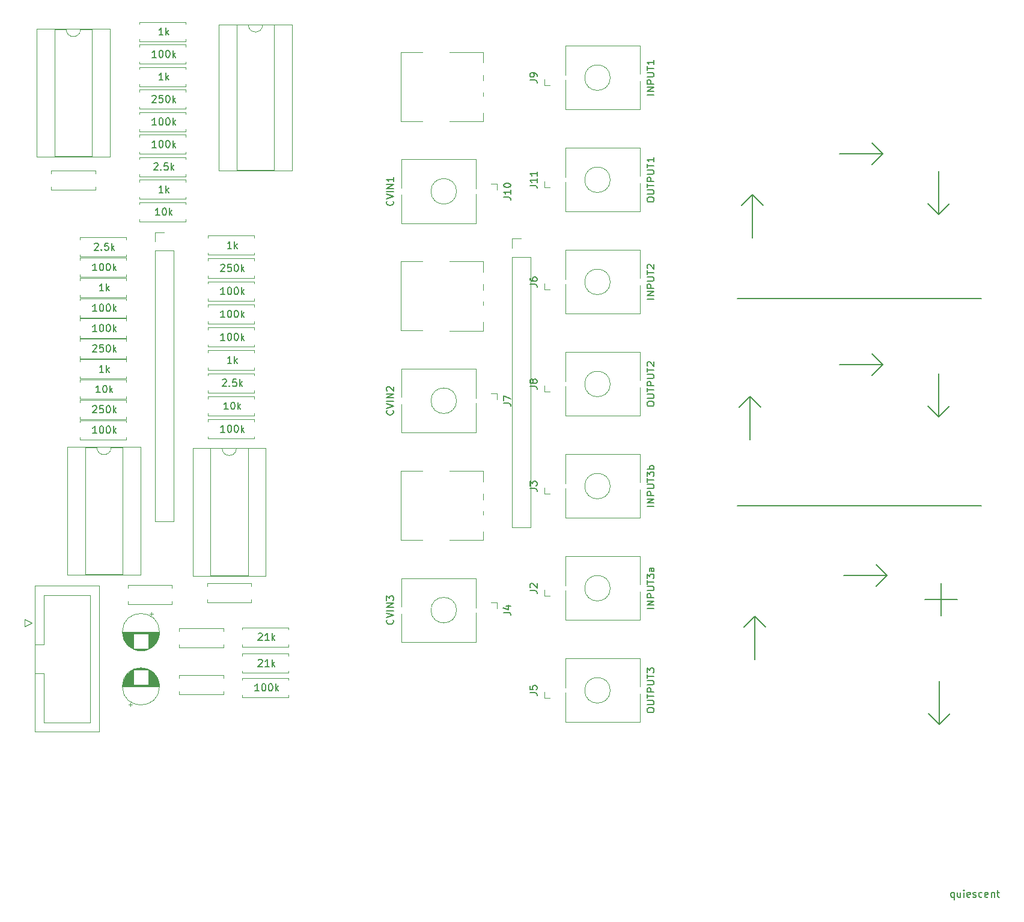
<source format=gbr>
%TF.GenerationSoftware,KiCad,Pcbnew,(6.0.0)*%
%TF.CreationDate,2022-10-15T20:50:48-04:00*%
%TF.ProjectId,ASVCA,41535643-412e-46b6-9963-61645f706362,rev?*%
%TF.SameCoordinates,Original*%
%TF.FileFunction,Legend,Top*%
%TF.FilePolarity,Positive*%
%FSLAX46Y46*%
G04 Gerber Fmt 4.6, Leading zero omitted, Abs format (unit mm)*
G04 Created by KiCad (PCBNEW (6.0.0)) date 2022-10-15 20:50:48*
%MOMM*%
%LPD*%
G01*
G04 APERTURE LIST*
%ADD10C,0.150000*%
%ADD11C,0.120000*%
G04 APERTURE END LIST*
D10*
X181245238Y-147232714D02*
X181245238Y-148232714D01*
X181245238Y-147851761D02*
X181150000Y-147899380D01*
X180959523Y-147899380D01*
X180864285Y-147851761D01*
X180816666Y-147804142D01*
X180769047Y-147708904D01*
X180769047Y-147423190D01*
X180816666Y-147327952D01*
X180864285Y-147280333D01*
X180959523Y-147232714D01*
X181150000Y-147232714D01*
X181245238Y-147280333D01*
X182150000Y-147232714D02*
X182150000Y-147899380D01*
X181721428Y-147232714D02*
X181721428Y-147756523D01*
X181769047Y-147851761D01*
X181864285Y-147899380D01*
X182007142Y-147899380D01*
X182102380Y-147851761D01*
X182150000Y-147804142D01*
X182626190Y-147899380D02*
X182626190Y-147232714D01*
X182626190Y-146899380D02*
X182578571Y-146947000D01*
X182626190Y-146994619D01*
X182673809Y-146947000D01*
X182626190Y-146899380D01*
X182626190Y-146994619D01*
X183483333Y-147851761D02*
X183388095Y-147899380D01*
X183197619Y-147899380D01*
X183102380Y-147851761D01*
X183054761Y-147756523D01*
X183054761Y-147375571D01*
X183102380Y-147280333D01*
X183197619Y-147232714D01*
X183388095Y-147232714D01*
X183483333Y-147280333D01*
X183530952Y-147375571D01*
X183530952Y-147470809D01*
X183054761Y-147566047D01*
X183911904Y-147851761D02*
X184007142Y-147899380D01*
X184197619Y-147899380D01*
X184292857Y-147851761D01*
X184340476Y-147756523D01*
X184340476Y-147708904D01*
X184292857Y-147613666D01*
X184197619Y-147566047D01*
X184054761Y-147566047D01*
X183959523Y-147518428D01*
X183911904Y-147423190D01*
X183911904Y-147375571D01*
X183959523Y-147280333D01*
X184054761Y-147232714D01*
X184197619Y-147232714D01*
X184292857Y-147280333D01*
X185197619Y-147851761D02*
X185102380Y-147899380D01*
X184911904Y-147899380D01*
X184816666Y-147851761D01*
X184769047Y-147804142D01*
X184721428Y-147708904D01*
X184721428Y-147423190D01*
X184769047Y-147327952D01*
X184816666Y-147280333D01*
X184911904Y-147232714D01*
X185102380Y-147232714D01*
X185197619Y-147280333D01*
X186007142Y-147851761D02*
X185911904Y-147899380D01*
X185721428Y-147899380D01*
X185626190Y-147851761D01*
X185578571Y-147756523D01*
X185578571Y-147375571D01*
X185626190Y-147280333D01*
X185721428Y-147232714D01*
X185911904Y-147232714D01*
X186007142Y-147280333D01*
X186054761Y-147375571D01*
X186054761Y-147470809D01*
X185578571Y-147566047D01*
X186483333Y-147232714D02*
X186483333Y-147899380D01*
X186483333Y-147327952D02*
X186530952Y-147280333D01*
X186626190Y-147232714D01*
X186769047Y-147232714D01*
X186864285Y-147280333D01*
X186911904Y-147375571D01*
X186911904Y-147899380D01*
X187245238Y-147232714D02*
X187626190Y-147232714D01*
X187388095Y-146899380D02*
X187388095Y-147756523D01*
X187435714Y-147851761D01*
X187530952Y-147899380D01*
X187626190Y-147899380D01*
X179166880Y-117411809D02*
X179166880Y-123507047D01*
X180690690Y-121983238D02*
X179166880Y-123507047D01*
X177643071Y-121983238D01*
X177165285Y-105965571D02*
X181736714Y-105965571D01*
X179451000Y-108251285D02*
X179451000Y-103679857D01*
X165735380Y-102552428D02*
X171830619Y-102552428D01*
X170306809Y-104076238D02*
X171830619Y-102552428D01*
X170306809Y-101028619D01*
X153162000Y-114363047D02*
X153162000Y-108267809D01*
X151638190Y-109791619D02*
X153162000Y-108267809D01*
X154685809Y-109791619D01*
X179039880Y-45529809D02*
X179039880Y-51625047D01*
X180563690Y-50101238D02*
X179039880Y-51625047D01*
X177516071Y-50101238D01*
X165100380Y-43116428D02*
X171195619Y-43116428D01*
X169671809Y-44640238D02*
X171195619Y-43116428D01*
X169671809Y-41592619D01*
X152844500Y-54927047D02*
X152844500Y-48831809D01*
X151320690Y-50355619D02*
X152844500Y-48831809D01*
X154368309Y-50355619D01*
X165100380Y-72834428D02*
X171195619Y-72834428D01*
X169671809Y-74358238D02*
X171195619Y-72834428D01*
X169671809Y-71310619D01*
X179039880Y-74104809D02*
X179039880Y-80200047D01*
X180563690Y-78676238D02*
X179039880Y-80200047D01*
X177516071Y-78676238D01*
X152527000Y-83375047D02*
X152527000Y-77279809D01*
X151003190Y-78803619D02*
X152527000Y-77279809D01*
X154050809Y-78803619D01*
X150685500Y-92710000D02*
X185102500Y-92710000D01*
X150685500Y-63500000D02*
X185102500Y-63500000D01*
%TO.C,R3*%
X83224333Y-110799619D02*
X83271952Y-110752000D01*
X83367190Y-110704380D01*
X83605285Y-110704380D01*
X83700523Y-110752000D01*
X83748142Y-110799619D01*
X83795761Y-110894857D01*
X83795761Y-110990095D01*
X83748142Y-111132952D01*
X83176714Y-111704380D01*
X83795761Y-111704380D01*
X84748142Y-111704380D02*
X84176714Y-111704380D01*
X84462428Y-111704380D02*
X84462428Y-110704380D01*
X84367190Y-110847238D01*
X84271952Y-110942476D01*
X84176714Y-110990095D01*
X85176714Y-111704380D02*
X85176714Y-110704380D01*
X85271952Y-111323428D02*
X85557666Y-111704380D01*
X85557666Y-111037714D02*
X85176714Y-111418666D01*
%TO.C,R25*%
X78493571Y-66174880D02*
X77922142Y-66174880D01*
X78207857Y-66174880D02*
X78207857Y-65174880D01*
X78112619Y-65317738D01*
X78017380Y-65412976D01*
X77922142Y-65460595D01*
X79112619Y-65174880D02*
X79207857Y-65174880D01*
X79303095Y-65222500D01*
X79350714Y-65270119D01*
X79398333Y-65365357D01*
X79445952Y-65555833D01*
X79445952Y-65793928D01*
X79398333Y-65984404D01*
X79350714Y-66079642D01*
X79303095Y-66127261D01*
X79207857Y-66174880D01*
X79112619Y-66174880D01*
X79017380Y-66127261D01*
X78969761Y-66079642D01*
X78922142Y-65984404D01*
X78874523Y-65793928D01*
X78874523Y-65555833D01*
X78922142Y-65365357D01*
X78969761Y-65270119D01*
X79017380Y-65222500D01*
X79112619Y-65174880D01*
X80065000Y-65174880D02*
X80160238Y-65174880D01*
X80255476Y-65222500D01*
X80303095Y-65270119D01*
X80350714Y-65365357D01*
X80398333Y-65555833D01*
X80398333Y-65793928D01*
X80350714Y-65984404D01*
X80303095Y-66079642D01*
X80255476Y-66127261D01*
X80160238Y-66174880D01*
X80065000Y-66174880D01*
X79969761Y-66127261D01*
X79922142Y-66079642D01*
X79874523Y-65984404D01*
X79826904Y-65793928D01*
X79826904Y-65555833D01*
X79874523Y-65365357D01*
X79922142Y-65270119D01*
X79969761Y-65222500D01*
X80065000Y-65174880D01*
X80826904Y-66174880D02*
X80826904Y-65174880D01*
X80922142Y-65793928D02*
X81207857Y-66174880D01*
X81207857Y-65508214D02*
X80826904Y-65889166D01*
%TO.C,J8*%
X121474380Y-75898333D02*
X122188666Y-75898333D01*
X122331523Y-75945952D01*
X122426761Y-76041190D01*
X122474380Y-76184047D01*
X122474380Y-76279285D01*
X121902952Y-75279285D02*
X121855333Y-75374523D01*
X121807714Y-75422142D01*
X121712476Y-75469761D01*
X121664857Y-75469761D01*
X121569619Y-75422142D01*
X121522000Y-75374523D01*
X121474380Y-75279285D01*
X121474380Y-75088809D01*
X121522000Y-74993571D01*
X121569619Y-74945952D01*
X121664857Y-74898333D01*
X121712476Y-74898333D01*
X121807714Y-74945952D01*
X121855333Y-74993571D01*
X121902952Y-75088809D01*
X121902952Y-75279285D01*
X121950571Y-75374523D01*
X121998190Y-75422142D01*
X122093428Y-75469761D01*
X122283904Y-75469761D01*
X122379142Y-75422142D01*
X122426761Y-75374523D01*
X122474380Y-75279285D01*
X122474380Y-75088809D01*
X122426761Y-74993571D01*
X122379142Y-74945952D01*
X122283904Y-74898333D01*
X122093428Y-74898333D01*
X121998190Y-74945952D01*
X121950571Y-74993571D01*
X121902952Y-75088809D01*
X137974380Y-78445952D02*
X137974380Y-78255476D01*
X138022000Y-78160238D01*
X138117238Y-78065000D01*
X138307714Y-78017380D01*
X138641047Y-78017380D01*
X138831523Y-78065000D01*
X138926761Y-78160238D01*
X138974380Y-78255476D01*
X138974380Y-78445952D01*
X138926761Y-78541190D01*
X138831523Y-78636428D01*
X138641047Y-78684047D01*
X138307714Y-78684047D01*
X138117238Y-78636428D01*
X138022000Y-78541190D01*
X137974380Y-78445952D01*
X137974380Y-77588809D02*
X138783904Y-77588809D01*
X138879142Y-77541190D01*
X138926761Y-77493571D01*
X138974380Y-77398333D01*
X138974380Y-77207857D01*
X138926761Y-77112619D01*
X138879142Y-77065000D01*
X138783904Y-77017380D01*
X137974380Y-77017380D01*
X137974380Y-76684047D02*
X137974380Y-76112619D01*
X138974380Y-76398333D02*
X137974380Y-76398333D01*
X138974380Y-75779285D02*
X137974380Y-75779285D01*
X137974380Y-75398333D01*
X138022000Y-75303095D01*
X138069619Y-75255476D01*
X138164857Y-75207857D01*
X138307714Y-75207857D01*
X138402952Y-75255476D01*
X138450571Y-75303095D01*
X138498190Y-75398333D01*
X138498190Y-75779285D01*
X137974380Y-74779285D02*
X138783904Y-74779285D01*
X138879142Y-74731666D01*
X138926761Y-74684047D01*
X138974380Y-74588809D01*
X138974380Y-74398333D01*
X138926761Y-74303095D01*
X138879142Y-74255476D01*
X138783904Y-74207857D01*
X137974380Y-74207857D01*
X137974380Y-73874523D02*
X137974380Y-73303095D01*
X138974380Y-73588809D02*
X137974380Y-73588809D01*
X138069619Y-73017380D02*
X138022000Y-72969761D01*
X137974380Y-72874523D01*
X137974380Y-72636428D01*
X138022000Y-72541190D01*
X138069619Y-72493571D01*
X138164857Y-72445952D01*
X138260095Y-72445952D01*
X138402952Y-72493571D01*
X138974380Y-73065000D01*
X138974380Y-72445952D01*
%TO.C,R30*%
X79445952Y-56459380D02*
X78874523Y-56459380D01*
X79160238Y-56459380D02*
X79160238Y-55459380D01*
X79065000Y-55602238D01*
X78969761Y-55697476D01*
X78874523Y-55745095D01*
X79874523Y-56459380D02*
X79874523Y-55459380D01*
X79969761Y-56078428D02*
X80255476Y-56459380D01*
X80255476Y-55792714D02*
X79874523Y-56173666D01*
%TO.C,R10*%
X59888142Y-78725019D02*
X59935761Y-78677400D01*
X60031000Y-78629780D01*
X60269095Y-78629780D01*
X60364333Y-78677400D01*
X60411952Y-78725019D01*
X60459571Y-78820257D01*
X60459571Y-78915495D01*
X60411952Y-79058352D01*
X59840523Y-79629780D01*
X60459571Y-79629780D01*
X61364333Y-78629780D02*
X60888142Y-78629780D01*
X60840523Y-79105971D01*
X60888142Y-79058352D01*
X60983380Y-79010733D01*
X61221476Y-79010733D01*
X61316714Y-79058352D01*
X61364333Y-79105971D01*
X61411952Y-79201209D01*
X61411952Y-79439304D01*
X61364333Y-79534542D01*
X61316714Y-79582161D01*
X61221476Y-79629780D01*
X60983380Y-79629780D01*
X60888142Y-79582161D01*
X60840523Y-79534542D01*
X62031000Y-78629780D02*
X62126238Y-78629780D01*
X62221476Y-78677400D01*
X62269095Y-78725019D01*
X62316714Y-78820257D01*
X62364333Y-79010733D01*
X62364333Y-79248828D01*
X62316714Y-79439304D01*
X62269095Y-79534542D01*
X62221476Y-79582161D01*
X62126238Y-79629780D01*
X62031000Y-79629780D01*
X61935761Y-79582161D01*
X61888142Y-79534542D01*
X61840523Y-79439304D01*
X61792904Y-79248828D01*
X61792904Y-79010733D01*
X61840523Y-78820257D01*
X61888142Y-78725019D01*
X61935761Y-78677400D01*
X62031000Y-78629780D01*
X62792904Y-79629780D02*
X62792904Y-78629780D01*
X62888142Y-79248828D02*
X63173857Y-79629780D01*
X63173857Y-78963114D02*
X62792904Y-79344066D01*
%TO.C,R2*%
X78493571Y-82367380D02*
X77922142Y-82367380D01*
X78207857Y-82367380D02*
X78207857Y-81367380D01*
X78112619Y-81510238D01*
X78017380Y-81605476D01*
X77922142Y-81653095D01*
X79112619Y-81367380D02*
X79207857Y-81367380D01*
X79303095Y-81415000D01*
X79350714Y-81462619D01*
X79398333Y-81557857D01*
X79445952Y-81748333D01*
X79445952Y-81986428D01*
X79398333Y-82176904D01*
X79350714Y-82272142D01*
X79303095Y-82319761D01*
X79207857Y-82367380D01*
X79112619Y-82367380D01*
X79017380Y-82319761D01*
X78969761Y-82272142D01*
X78922142Y-82176904D01*
X78874523Y-81986428D01*
X78874523Y-81748333D01*
X78922142Y-81557857D01*
X78969761Y-81462619D01*
X79017380Y-81415000D01*
X79112619Y-81367380D01*
X80065000Y-81367380D02*
X80160238Y-81367380D01*
X80255476Y-81415000D01*
X80303095Y-81462619D01*
X80350714Y-81557857D01*
X80398333Y-81748333D01*
X80398333Y-81986428D01*
X80350714Y-82176904D01*
X80303095Y-82272142D01*
X80255476Y-82319761D01*
X80160238Y-82367380D01*
X80065000Y-82367380D01*
X79969761Y-82319761D01*
X79922142Y-82272142D01*
X79874523Y-82176904D01*
X79826904Y-81986428D01*
X79826904Y-81748333D01*
X79874523Y-81557857D01*
X79922142Y-81462619D01*
X79969761Y-81415000D01*
X80065000Y-81367380D01*
X80826904Y-82367380D02*
X80826904Y-81367380D01*
X80922142Y-81986428D02*
X81207857Y-82367380D01*
X81207857Y-81700714D02*
X80826904Y-82081666D01*
%TO.C,R24*%
X78493571Y-62936380D02*
X77922142Y-62936380D01*
X78207857Y-62936380D02*
X78207857Y-61936380D01*
X78112619Y-62079238D01*
X78017380Y-62174476D01*
X77922142Y-62222095D01*
X79112619Y-61936380D02*
X79207857Y-61936380D01*
X79303095Y-61984000D01*
X79350714Y-62031619D01*
X79398333Y-62126857D01*
X79445952Y-62317333D01*
X79445952Y-62555428D01*
X79398333Y-62745904D01*
X79350714Y-62841142D01*
X79303095Y-62888761D01*
X79207857Y-62936380D01*
X79112619Y-62936380D01*
X79017380Y-62888761D01*
X78969761Y-62841142D01*
X78922142Y-62745904D01*
X78874523Y-62555428D01*
X78874523Y-62317333D01*
X78922142Y-62126857D01*
X78969761Y-62031619D01*
X79017380Y-61984000D01*
X79112619Y-61936380D01*
X80065000Y-61936380D02*
X80160238Y-61936380D01*
X80255476Y-61984000D01*
X80303095Y-62031619D01*
X80350714Y-62126857D01*
X80398333Y-62317333D01*
X80398333Y-62555428D01*
X80350714Y-62745904D01*
X80303095Y-62841142D01*
X80255476Y-62888761D01*
X80160238Y-62936380D01*
X80065000Y-62936380D01*
X79969761Y-62888761D01*
X79922142Y-62841142D01*
X79874523Y-62745904D01*
X79826904Y-62555428D01*
X79826904Y-62317333D01*
X79874523Y-62126857D01*
X79922142Y-62031619D01*
X79969761Y-61984000D01*
X80065000Y-61936380D01*
X80826904Y-62936380D02*
X80826904Y-61936380D01*
X80922142Y-62555428D02*
X81207857Y-62936380D01*
X81207857Y-62269714D02*
X80826904Y-62650666D01*
%TO.C,R7*%
X68841571Y-29535380D02*
X68270142Y-29535380D01*
X68555857Y-29535380D02*
X68555857Y-28535380D01*
X68460619Y-28678238D01*
X68365380Y-28773476D01*
X68270142Y-28821095D01*
X69460619Y-28535380D02*
X69555857Y-28535380D01*
X69651095Y-28583000D01*
X69698714Y-28630619D01*
X69746333Y-28725857D01*
X69793952Y-28916333D01*
X69793952Y-29154428D01*
X69746333Y-29344904D01*
X69698714Y-29440142D01*
X69651095Y-29487761D01*
X69555857Y-29535380D01*
X69460619Y-29535380D01*
X69365380Y-29487761D01*
X69317761Y-29440142D01*
X69270142Y-29344904D01*
X69222523Y-29154428D01*
X69222523Y-28916333D01*
X69270142Y-28725857D01*
X69317761Y-28630619D01*
X69365380Y-28583000D01*
X69460619Y-28535380D01*
X70413000Y-28535380D02*
X70508238Y-28535380D01*
X70603476Y-28583000D01*
X70651095Y-28630619D01*
X70698714Y-28725857D01*
X70746333Y-28916333D01*
X70746333Y-29154428D01*
X70698714Y-29344904D01*
X70651095Y-29440142D01*
X70603476Y-29487761D01*
X70508238Y-29535380D01*
X70413000Y-29535380D01*
X70317761Y-29487761D01*
X70270142Y-29440142D01*
X70222523Y-29344904D01*
X70174904Y-29154428D01*
X70174904Y-28916333D01*
X70222523Y-28725857D01*
X70270142Y-28630619D01*
X70317761Y-28583000D01*
X70413000Y-28535380D01*
X71174904Y-29535380D02*
X71174904Y-28535380D01*
X71270142Y-29154428D02*
X71555857Y-29535380D01*
X71555857Y-28868714D02*
X71174904Y-29249666D01*
%TO.C,J2*%
X121474380Y-104685033D02*
X122188666Y-104685033D01*
X122331523Y-104732652D01*
X122426761Y-104827890D01*
X122474380Y-104970747D01*
X122474380Y-105065985D01*
X121569619Y-104256461D02*
X121522000Y-104208842D01*
X121474380Y-104113604D01*
X121474380Y-103875509D01*
X121522000Y-103780271D01*
X121569619Y-103732652D01*
X121664857Y-103685033D01*
X121760095Y-103685033D01*
X121902952Y-103732652D01*
X122474380Y-104304080D01*
X122474380Y-103685033D01*
X138974380Y-107208842D02*
X137974380Y-107208842D01*
X138974380Y-106732652D02*
X137974380Y-106732652D01*
X138974380Y-106161223D01*
X137974380Y-106161223D01*
X138974380Y-105685033D02*
X137974380Y-105685033D01*
X137974380Y-105304080D01*
X138022000Y-105208842D01*
X138069619Y-105161223D01*
X138164857Y-105113604D01*
X138307714Y-105113604D01*
X138402952Y-105161223D01*
X138450571Y-105208842D01*
X138498190Y-105304080D01*
X138498190Y-105685033D01*
X137974380Y-104685033D02*
X138783904Y-104685033D01*
X138879142Y-104637414D01*
X138926761Y-104589795D01*
X138974380Y-104494557D01*
X138974380Y-104304080D01*
X138926761Y-104208842D01*
X138879142Y-104161223D01*
X138783904Y-104113604D01*
X137974380Y-104113604D01*
X137974380Y-103780271D02*
X137974380Y-103208842D01*
X138974380Y-103494557D02*
X137974380Y-103494557D01*
X137974380Y-102970747D02*
X137974380Y-102351700D01*
X138355333Y-102685033D01*
X138355333Y-102542176D01*
X138402952Y-102446938D01*
X138450571Y-102399319D01*
X138545809Y-102351700D01*
X138783904Y-102351700D01*
X138879142Y-102399319D01*
X138926761Y-102446938D01*
X138974380Y-102542176D01*
X138974380Y-102827890D01*
X138926761Y-102923128D01*
X138879142Y-102970747D01*
X138974380Y-101494557D02*
X138450571Y-101494557D01*
X138355333Y-101542176D01*
X138307714Y-101637414D01*
X138307714Y-101827890D01*
X138355333Y-101923128D01*
X138926761Y-101494557D02*
X138974380Y-101589795D01*
X138974380Y-101827890D01*
X138926761Y-101923128D01*
X138831523Y-101970747D01*
X138736285Y-101970747D01*
X138641047Y-101923128D01*
X138593428Y-101827890D01*
X138593428Y-101589795D01*
X138545809Y-101494557D01*
%TO.C,J10*%
X117776380Y-49221923D02*
X118490666Y-49221923D01*
X118633523Y-49269542D01*
X118728761Y-49364780D01*
X118776380Y-49507638D01*
X118776380Y-49602876D01*
X118776380Y-48221923D02*
X118776380Y-48793352D01*
X118776380Y-48507638D02*
X117776380Y-48507638D01*
X117919238Y-48602876D01*
X118014476Y-48698114D01*
X118062095Y-48793352D01*
X117776380Y-47602876D02*
X117776380Y-47507638D01*
X117824000Y-47412400D01*
X117871619Y-47364780D01*
X117966857Y-47317161D01*
X118157333Y-47269542D01*
X118395428Y-47269542D01*
X118585904Y-47317161D01*
X118681142Y-47364780D01*
X118728761Y-47412400D01*
X118776380Y-47507638D01*
X118776380Y-47602876D01*
X118728761Y-47698114D01*
X118681142Y-47745733D01*
X118585904Y-47793352D01*
X118395428Y-47840971D01*
X118157333Y-47840971D01*
X117966857Y-47793352D01*
X117871619Y-47745733D01*
X117824000Y-47698114D01*
X117776380Y-47602876D01*
X102181142Y-49769542D02*
X102228761Y-49817161D01*
X102276380Y-49960019D01*
X102276380Y-50055257D01*
X102228761Y-50198114D01*
X102133523Y-50293352D01*
X102038285Y-50340971D01*
X101847809Y-50388590D01*
X101704952Y-50388590D01*
X101514476Y-50340971D01*
X101419238Y-50293352D01*
X101324000Y-50198114D01*
X101276380Y-50055257D01*
X101276380Y-49960019D01*
X101324000Y-49817161D01*
X101371619Y-49769542D01*
X101276380Y-49483828D02*
X102276380Y-49150495D01*
X101276380Y-48817161D01*
X102276380Y-48483828D02*
X101276380Y-48483828D01*
X102276380Y-48007638D02*
X101276380Y-48007638D01*
X102276380Y-47436209D01*
X101276380Y-47436209D01*
X102276380Y-46436209D02*
X102276380Y-47007638D01*
X102276380Y-46721923D02*
X101276380Y-46721923D01*
X101419238Y-46817161D01*
X101514476Y-46912400D01*
X101562095Y-47007638D01*
%TO.C,J11*%
X121474380Y-47587823D02*
X122188666Y-47587823D01*
X122331523Y-47635442D01*
X122426761Y-47730680D01*
X122474380Y-47873538D01*
X122474380Y-47968776D01*
X122474380Y-46587823D02*
X122474380Y-47159252D01*
X122474380Y-46873538D02*
X121474380Y-46873538D01*
X121617238Y-46968776D01*
X121712476Y-47064014D01*
X121760095Y-47159252D01*
X122474380Y-45635442D02*
X122474380Y-46206871D01*
X122474380Y-45921157D02*
X121474380Y-45921157D01*
X121617238Y-46016395D01*
X121712476Y-46111633D01*
X121760095Y-46206871D01*
X137974380Y-49659252D02*
X137974380Y-49468776D01*
X138022000Y-49373538D01*
X138117238Y-49278300D01*
X138307714Y-49230680D01*
X138641047Y-49230680D01*
X138831523Y-49278300D01*
X138926761Y-49373538D01*
X138974380Y-49468776D01*
X138974380Y-49659252D01*
X138926761Y-49754490D01*
X138831523Y-49849728D01*
X138641047Y-49897347D01*
X138307714Y-49897347D01*
X138117238Y-49849728D01*
X138022000Y-49754490D01*
X137974380Y-49659252D01*
X137974380Y-48802109D02*
X138783904Y-48802109D01*
X138879142Y-48754490D01*
X138926761Y-48706871D01*
X138974380Y-48611633D01*
X138974380Y-48421157D01*
X138926761Y-48325919D01*
X138879142Y-48278300D01*
X138783904Y-48230680D01*
X137974380Y-48230680D01*
X137974380Y-47897347D02*
X137974380Y-47325919D01*
X138974380Y-47611633D02*
X137974380Y-47611633D01*
X138974380Y-46992585D02*
X137974380Y-46992585D01*
X137974380Y-46611633D01*
X138022000Y-46516395D01*
X138069619Y-46468776D01*
X138164857Y-46421157D01*
X138307714Y-46421157D01*
X138402952Y-46468776D01*
X138450571Y-46516395D01*
X138498190Y-46611633D01*
X138498190Y-46992585D01*
X137974380Y-45992585D02*
X138783904Y-45992585D01*
X138879142Y-45944966D01*
X138926761Y-45897347D01*
X138974380Y-45802109D01*
X138974380Y-45611633D01*
X138926761Y-45516395D01*
X138879142Y-45468776D01*
X138783904Y-45421157D01*
X137974380Y-45421157D01*
X137974380Y-45087823D02*
X137974380Y-44516395D01*
X138974380Y-44802109D02*
X137974380Y-44802109D01*
X138974380Y-43659252D02*
X138974380Y-44230680D01*
X138974380Y-43944966D02*
X137974380Y-43944966D01*
X138117238Y-44040204D01*
X138212476Y-44135442D01*
X138260095Y-44230680D01*
%TO.C,R5*%
X68841571Y-39060380D02*
X68270142Y-39060380D01*
X68555857Y-39060380D02*
X68555857Y-38060380D01*
X68460619Y-38203238D01*
X68365380Y-38298476D01*
X68270142Y-38346095D01*
X69460619Y-38060380D02*
X69555857Y-38060380D01*
X69651095Y-38108000D01*
X69698714Y-38155619D01*
X69746333Y-38250857D01*
X69793952Y-38441333D01*
X69793952Y-38679428D01*
X69746333Y-38869904D01*
X69698714Y-38965142D01*
X69651095Y-39012761D01*
X69555857Y-39060380D01*
X69460619Y-39060380D01*
X69365380Y-39012761D01*
X69317761Y-38965142D01*
X69270142Y-38869904D01*
X69222523Y-38679428D01*
X69222523Y-38441333D01*
X69270142Y-38250857D01*
X69317761Y-38155619D01*
X69365380Y-38108000D01*
X69460619Y-38060380D01*
X70413000Y-38060380D02*
X70508238Y-38060380D01*
X70603476Y-38108000D01*
X70651095Y-38155619D01*
X70698714Y-38250857D01*
X70746333Y-38441333D01*
X70746333Y-38679428D01*
X70698714Y-38869904D01*
X70651095Y-38965142D01*
X70603476Y-39012761D01*
X70508238Y-39060380D01*
X70413000Y-39060380D01*
X70317761Y-39012761D01*
X70270142Y-38965142D01*
X70222523Y-38869904D01*
X70174904Y-38679428D01*
X70174904Y-38441333D01*
X70222523Y-38250857D01*
X70270142Y-38155619D01*
X70317761Y-38108000D01*
X70413000Y-38060380D01*
X71174904Y-39060380D02*
X71174904Y-38060380D01*
X71270142Y-38679428D02*
X71555857Y-39060380D01*
X71555857Y-38393714D02*
X71174904Y-38774666D01*
%TO.C,R21*%
X61411952Y-62442480D02*
X60840523Y-62442480D01*
X61126238Y-62442480D02*
X61126238Y-61442480D01*
X61031000Y-61585338D01*
X60935761Y-61680576D01*
X60840523Y-61728195D01*
X61840523Y-62442480D02*
X61840523Y-61442480D01*
X61935761Y-62061528D02*
X62221476Y-62442480D01*
X62221476Y-61775814D02*
X61840523Y-62156766D01*
%TO.C,R18*%
X60459571Y-65307080D02*
X59888142Y-65307080D01*
X60173857Y-65307080D02*
X60173857Y-64307080D01*
X60078619Y-64449938D01*
X59983380Y-64545176D01*
X59888142Y-64592795D01*
X61078619Y-64307080D02*
X61173857Y-64307080D01*
X61269095Y-64354700D01*
X61316714Y-64402319D01*
X61364333Y-64497557D01*
X61411952Y-64688033D01*
X61411952Y-64926128D01*
X61364333Y-65116604D01*
X61316714Y-65211842D01*
X61269095Y-65259461D01*
X61173857Y-65307080D01*
X61078619Y-65307080D01*
X60983380Y-65259461D01*
X60935761Y-65211842D01*
X60888142Y-65116604D01*
X60840523Y-64926128D01*
X60840523Y-64688033D01*
X60888142Y-64497557D01*
X60935761Y-64402319D01*
X60983380Y-64354700D01*
X61078619Y-64307080D01*
X62031000Y-64307080D02*
X62126238Y-64307080D01*
X62221476Y-64354700D01*
X62269095Y-64402319D01*
X62316714Y-64497557D01*
X62364333Y-64688033D01*
X62364333Y-64926128D01*
X62316714Y-65116604D01*
X62269095Y-65211842D01*
X62221476Y-65259461D01*
X62126238Y-65307080D01*
X62031000Y-65307080D01*
X61935761Y-65259461D01*
X61888142Y-65211842D01*
X61840523Y-65116604D01*
X61792904Y-64926128D01*
X61792904Y-64688033D01*
X61840523Y-64497557D01*
X61888142Y-64402319D01*
X61935761Y-64354700D01*
X62031000Y-64307080D01*
X62792904Y-65307080D02*
X62792904Y-64307080D01*
X62888142Y-64926128D02*
X63173857Y-65307080D01*
X63173857Y-64640414D02*
X62792904Y-65021366D01*
%TO.C,R31*%
X78160238Y-74985619D02*
X78207857Y-74938000D01*
X78303095Y-74890380D01*
X78541190Y-74890380D01*
X78636428Y-74938000D01*
X78684047Y-74985619D01*
X78731666Y-75080857D01*
X78731666Y-75176095D01*
X78684047Y-75318952D01*
X78112619Y-75890380D01*
X78731666Y-75890380D01*
X79160238Y-75795142D02*
X79207857Y-75842761D01*
X79160238Y-75890380D01*
X79112619Y-75842761D01*
X79160238Y-75795142D01*
X79160238Y-75890380D01*
X80112619Y-74890380D02*
X79636428Y-74890380D01*
X79588809Y-75366571D01*
X79636428Y-75318952D01*
X79731666Y-75271333D01*
X79969761Y-75271333D01*
X80065000Y-75318952D01*
X80112619Y-75366571D01*
X80160238Y-75461809D01*
X80160238Y-75699904D01*
X80112619Y-75795142D01*
X80065000Y-75842761D01*
X79969761Y-75890380D01*
X79731666Y-75890380D01*
X79636428Y-75842761D01*
X79588809Y-75795142D01*
X80588809Y-75890380D02*
X80588809Y-74890380D01*
X80684047Y-75509428D02*
X80969761Y-75890380D01*
X80969761Y-75223714D02*
X80588809Y-75604666D01*
%TO.C,R4*%
X83224333Y-114482619D02*
X83271952Y-114435000D01*
X83367190Y-114387380D01*
X83605285Y-114387380D01*
X83700523Y-114435000D01*
X83748142Y-114482619D01*
X83795761Y-114577857D01*
X83795761Y-114673095D01*
X83748142Y-114815952D01*
X83176714Y-115387380D01*
X83795761Y-115387380D01*
X84748142Y-115387380D02*
X84176714Y-115387380D01*
X84462428Y-115387380D02*
X84462428Y-114387380D01*
X84367190Y-114530238D01*
X84271952Y-114625476D01*
X84176714Y-114673095D01*
X85176714Y-115387380D02*
X85176714Y-114387380D01*
X85271952Y-115006428D02*
X85557666Y-115387380D01*
X85557666Y-114720714D02*
X85176714Y-115101666D01*
%TO.C,R15*%
X68508238Y-44505619D02*
X68555857Y-44458000D01*
X68651095Y-44410380D01*
X68889190Y-44410380D01*
X68984428Y-44458000D01*
X69032047Y-44505619D01*
X69079666Y-44600857D01*
X69079666Y-44696095D01*
X69032047Y-44838952D01*
X68460619Y-45410380D01*
X69079666Y-45410380D01*
X69508238Y-45315142D02*
X69555857Y-45362761D01*
X69508238Y-45410380D01*
X69460619Y-45362761D01*
X69508238Y-45315142D01*
X69508238Y-45410380D01*
X70460619Y-44410380D02*
X69984428Y-44410380D01*
X69936809Y-44886571D01*
X69984428Y-44838952D01*
X70079666Y-44791333D01*
X70317761Y-44791333D01*
X70413000Y-44838952D01*
X70460619Y-44886571D01*
X70508238Y-44981809D01*
X70508238Y-45219904D01*
X70460619Y-45315142D01*
X70413000Y-45362761D01*
X70317761Y-45410380D01*
X70079666Y-45410380D01*
X69984428Y-45362761D01*
X69936809Y-45315142D01*
X70936809Y-45410380D02*
X70936809Y-44410380D01*
X71032047Y-45029428D02*
X71317761Y-45410380D01*
X71317761Y-44743714D02*
X70936809Y-45124666D01*
%TO.C,R6*%
X60459571Y-68171580D02*
X59888142Y-68171580D01*
X60173857Y-68171580D02*
X60173857Y-67171580D01*
X60078619Y-67314438D01*
X59983380Y-67409676D01*
X59888142Y-67457295D01*
X61078619Y-67171580D02*
X61173857Y-67171580D01*
X61269095Y-67219200D01*
X61316714Y-67266819D01*
X61364333Y-67362057D01*
X61411952Y-67552533D01*
X61411952Y-67790628D01*
X61364333Y-67981104D01*
X61316714Y-68076342D01*
X61269095Y-68123961D01*
X61173857Y-68171580D01*
X61078619Y-68171580D01*
X60983380Y-68123961D01*
X60935761Y-68076342D01*
X60888142Y-67981104D01*
X60840523Y-67790628D01*
X60840523Y-67552533D01*
X60888142Y-67362057D01*
X60935761Y-67266819D01*
X60983380Y-67219200D01*
X61078619Y-67171580D01*
X62031000Y-67171580D02*
X62126238Y-67171580D01*
X62221476Y-67219200D01*
X62269095Y-67266819D01*
X62316714Y-67362057D01*
X62364333Y-67552533D01*
X62364333Y-67790628D01*
X62316714Y-67981104D01*
X62269095Y-68076342D01*
X62221476Y-68123961D01*
X62126238Y-68171580D01*
X62031000Y-68171580D01*
X61935761Y-68123961D01*
X61888142Y-68076342D01*
X61840523Y-67981104D01*
X61792904Y-67790628D01*
X61792904Y-67552533D01*
X61840523Y-67362057D01*
X61888142Y-67266819D01*
X61935761Y-67219200D01*
X62031000Y-67171580D01*
X62792904Y-68171580D02*
X62792904Y-67171580D01*
X62888142Y-67790628D02*
X63173857Y-68171580D01*
X63173857Y-67504914D02*
X62792904Y-67885866D01*
%TO.C,J9*%
X121474380Y-32718333D02*
X122188666Y-32718333D01*
X122331523Y-32765952D01*
X122426761Y-32861190D01*
X122474380Y-33004047D01*
X122474380Y-33099285D01*
X122474380Y-32194523D02*
X122474380Y-32004047D01*
X122426761Y-31908809D01*
X122379142Y-31861190D01*
X122236285Y-31765952D01*
X122045809Y-31718333D01*
X121664857Y-31718333D01*
X121569619Y-31765952D01*
X121522000Y-31813571D01*
X121474380Y-31908809D01*
X121474380Y-32099285D01*
X121522000Y-32194523D01*
X121569619Y-32242142D01*
X121664857Y-32289761D01*
X121902952Y-32289761D01*
X121998190Y-32242142D01*
X122045809Y-32194523D01*
X122093428Y-32099285D01*
X122093428Y-31908809D01*
X122045809Y-31813571D01*
X121998190Y-31765952D01*
X121902952Y-31718333D01*
X138974380Y-34789761D02*
X137974380Y-34789761D01*
X138974380Y-34313571D02*
X137974380Y-34313571D01*
X138974380Y-33742142D01*
X137974380Y-33742142D01*
X138974380Y-33265952D02*
X137974380Y-33265952D01*
X137974380Y-32885000D01*
X138022000Y-32789761D01*
X138069619Y-32742142D01*
X138164857Y-32694523D01*
X138307714Y-32694523D01*
X138402952Y-32742142D01*
X138450571Y-32789761D01*
X138498190Y-32885000D01*
X138498190Y-33265952D01*
X137974380Y-32265952D02*
X138783904Y-32265952D01*
X138879142Y-32218333D01*
X138926761Y-32170714D01*
X138974380Y-32075476D01*
X138974380Y-31885000D01*
X138926761Y-31789761D01*
X138879142Y-31742142D01*
X138783904Y-31694523D01*
X137974380Y-31694523D01*
X137974380Y-31361190D02*
X137974380Y-30789761D01*
X138974380Y-31075476D02*
X137974380Y-31075476D01*
X138974380Y-29932619D02*
X138974380Y-30504047D01*
X138974380Y-30218333D02*
X137974380Y-30218333D01*
X138117238Y-30313571D01*
X138212476Y-30408809D01*
X138260095Y-30504047D01*
%TO.C,J3*%
X121474380Y-90291633D02*
X122188666Y-90291633D01*
X122331523Y-90339252D01*
X122426761Y-90434490D01*
X122474380Y-90577347D01*
X122474380Y-90672585D01*
X121474380Y-89910680D02*
X121474380Y-89291633D01*
X121855333Y-89624966D01*
X121855333Y-89482109D01*
X121902952Y-89386871D01*
X121950571Y-89339252D01*
X122045809Y-89291633D01*
X122283904Y-89291633D01*
X122379142Y-89339252D01*
X122426761Y-89386871D01*
X122474380Y-89482109D01*
X122474380Y-89767823D01*
X122426761Y-89863061D01*
X122379142Y-89910680D01*
X138974380Y-92815442D02*
X137974380Y-92815442D01*
X138974380Y-92339252D02*
X137974380Y-92339252D01*
X138974380Y-91767823D01*
X137974380Y-91767823D01*
X138974380Y-91291633D02*
X137974380Y-91291633D01*
X137974380Y-90910680D01*
X138022000Y-90815442D01*
X138069619Y-90767823D01*
X138164857Y-90720204D01*
X138307714Y-90720204D01*
X138402952Y-90767823D01*
X138450571Y-90815442D01*
X138498190Y-90910680D01*
X138498190Y-91291633D01*
X137974380Y-90291633D02*
X138783904Y-90291633D01*
X138879142Y-90244014D01*
X138926761Y-90196395D01*
X138974380Y-90101157D01*
X138974380Y-89910680D01*
X138926761Y-89815442D01*
X138879142Y-89767823D01*
X138783904Y-89720204D01*
X137974380Y-89720204D01*
X137974380Y-89386871D02*
X137974380Y-88815442D01*
X138974380Y-89101157D02*
X137974380Y-89101157D01*
X137974380Y-88577347D02*
X137974380Y-87958300D01*
X138355333Y-88291633D01*
X138355333Y-88148776D01*
X138402952Y-88053538D01*
X138450571Y-88005919D01*
X138545809Y-87958300D01*
X138783904Y-87958300D01*
X138879142Y-88005919D01*
X138926761Y-88053538D01*
X138974380Y-88148776D01*
X138974380Y-88434490D01*
X138926761Y-88529728D01*
X138879142Y-88577347D01*
X138974380Y-87529728D02*
X137974380Y-87529728D01*
X138355333Y-87529728D02*
X138307714Y-87434490D01*
X138307714Y-87244014D01*
X138355333Y-87148776D01*
X138402952Y-87101157D01*
X138498190Y-87053538D01*
X138783904Y-87053538D01*
X138879142Y-87101157D01*
X138926761Y-87148776D01*
X138974380Y-87244014D01*
X138974380Y-87434490D01*
X138926761Y-87529728D01*
%TO.C,R19*%
X59888142Y-70131419D02*
X59935761Y-70083800D01*
X60031000Y-70036180D01*
X60269095Y-70036180D01*
X60364333Y-70083800D01*
X60411952Y-70131419D01*
X60459571Y-70226657D01*
X60459571Y-70321895D01*
X60411952Y-70464752D01*
X59840523Y-71036180D01*
X60459571Y-71036180D01*
X61364333Y-70036180D02*
X60888142Y-70036180D01*
X60840523Y-70512371D01*
X60888142Y-70464752D01*
X60983380Y-70417133D01*
X61221476Y-70417133D01*
X61316714Y-70464752D01*
X61364333Y-70512371D01*
X61411952Y-70607609D01*
X61411952Y-70845704D01*
X61364333Y-70940942D01*
X61316714Y-70988561D01*
X61221476Y-71036180D01*
X60983380Y-71036180D01*
X60888142Y-70988561D01*
X60840523Y-70940942D01*
X62031000Y-70036180D02*
X62126238Y-70036180D01*
X62221476Y-70083800D01*
X62269095Y-70131419D01*
X62316714Y-70226657D01*
X62364333Y-70417133D01*
X62364333Y-70655228D01*
X62316714Y-70845704D01*
X62269095Y-70940942D01*
X62221476Y-70988561D01*
X62126238Y-71036180D01*
X62031000Y-71036180D01*
X61935761Y-70988561D01*
X61888142Y-70940942D01*
X61840523Y-70845704D01*
X61792904Y-70655228D01*
X61792904Y-70417133D01*
X61840523Y-70226657D01*
X61888142Y-70131419D01*
X61935761Y-70083800D01*
X62031000Y-70036180D01*
X62792904Y-71036180D02*
X62792904Y-70036180D01*
X62888142Y-70655228D02*
X63173857Y-71036180D01*
X63173857Y-70369514D02*
X62792904Y-70750466D01*
%TO.C,J7*%
X117776380Y-78260533D02*
X118490666Y-78260533D01*
X118633523Y-78308152D01*
X118728761Y-78403390D01*
X118776380Y-78546247D01*
X118776380Y-78641485D01*
X117776380Y-77879580D02*
X117776380Y-77212914D01*
X118776380Y-77641485D01*
X102181142Y-79284342D02*
X102228761Y-79331961D01*
X102276380Y-79474819D01*
X102276380Y-79570057D01*
X102228761Y-79712914D01*
X102133523Y-79808152D01*
X102038285Y-79855771D01*
X101847809Y-79903390D01*
X101704952Y-79903390D01*
X101514476Y-79855771D01*
X101419238Y-79808152D01*
X101324000Y-79712914D01*
X101276380Y-79570057D01*
X101276380Y-79474819D01*
X101324000Y-79331961D01*
X101371619Y-79284342D01*
X101276380Y-78998628D02*
X102276380Y-78665295D01*
X101276380Y-78331961D01*
X102276380Y-77998628D02*
X101276380Y-77998628D01*
X102276380Y-77522438D02*
X101276380Y-77522438D01*
X102276380Y-76951009D01*
X101276380Y-76951009D01*
X101371619Y-76522438D02*
X101324000Y-76474819D01*
X101276380Y-76379580D01*
X101276380Y-76141485D01*
X101324000Y-76046247D01*
X101371619Y-75998628D01*
X101466857Y-75951009D01*
X101562095Y-75951009D01*
X101704952Y-75998628D01*
X102276380Y-76570057D01*
X102276380Y-75951009D01*
%TO.C,R9*%
X68270142Y-34980619D02*
X68317761Y-34933000D01*
X68413000Y-34885380D01*
X68651095Y-34885380D01*
X68746333Y-34933000D01*
X68793952Y-34980619D01*
X68841571Y-35075857D01*
X68841571Y-35171095D01*
X68793952Y-35313952D01*
X68222523Y-35885380D01*
X68841571Y-35885380D01*
X69746333Y-34885380D02*
X69270142Y-34885380D01*
X69222523Y-35361571D01*
X69270142Y-35313952D01*
X69365380Y-35266333D01*
X69603476Y-35266333D01*
X69698714Y-35313952D01*
X69746333Y-35361571D01*
X69793952Y-35456809D01*
X69793952Y-35694904D01*
X69746333Y-35790142D01*
X69698714Y-35837761D01*
X69603476Y-35885380D01*
X69365380Y-35885380D01*
X69270142Y-35837761D01*
X69222523Y-35790142D01*
X70413000Y-34885380D02*
X70508238Y-34885380D01*
X70603476Y-34933000D01*
X70651095Y-34980619D01*
X70698714Y-35075857D01*
X70746333Y-35266333D01*
X70746333Y-35504428D01*
X70698714Y-35694904D01*
X70651095Y-35790142D01*
X70603476Y-35837761D01*
X70508238Y-35885380D01*
X70413000Y-35885380D01*
X70317761Y-35837761D01*
X70270142Y-35790142D01*
X70222523Y-35694904D01*
X70174904Y-35504428D01*
X70174904Y-35266333D01*
X70222523Y-35075857D01*
X70270142Y-34980619D01*
X70317761Y-34933000D01*
X70413000Y-34885380D01*
X71174904Y-35885380D02*
X71174904Y-34885380D01*
X71270142Y-35504428D02*
X71555857Y-35885380D01*
X71555857Y-35218714D02*
X71174904Y-35599666D01*
%TO.C,R27*%
X77922142Y-58793119D02*
X77969761Y-58745500D01*
X78065000Y-58697880D01*
X78303095Y-58697880D01*
X78398333Y-58745500D01*
X78445952Y-58793119D01*
X78493571Y-58888357D01*
X78493571Y-58983595D01*
X78445952Y-59126452D01*
X77874523Y-59697880D01*
X78493571Y-59697880D01*
X79398333Y-58697880D02*
X78922142Y-58697880D01*
X78874523Y-59174071D01*
X78922142Y-59126452D01*
X79017380Y-59078833D01*
X79255476Y-59078833D01*
X79350714Y-59126452D01*
X79398333Y-59174071D01*
X79445952Y-59269309D01*
X79445952Y-59507404D01*
X79398333Y-59602642D01*
X79350714Y-59650261D01*
X79255476Y-59697880D01*
X79017380Y-59697880D01*
X78922142Y-59650261D01*
X78874523Y-59602642D01*
X80065000Y-58697880D02*
X80160238Y-58697880D01*
X80255476Y-58745500D01*
X80303095Y-58793119D01*
X80350714Y-58888357D01*
X80398333Y-59078833D01*
X80398333Y-59316928D01*
X80350714Y-59507404D01*
X80303095Y-59602642D01*
X80255476Y-59650261D01*
X80160238Y-59697880D01*
X80065000Y-59697880D01*
X79969761Y-59650261D01*
X79922142Y-59602642D01*
X79874523Y-59507404D01*
X79826904Y-59316928D01*
X79826904Y-59078833D01*
X79874523Y-58888357D01*
X79922142Y-58793119D01*
X79969761Y-58745500D01*
X80065000Y-58697880D01*
X80826904Y-59697880D02*
X80826904Y-58697880D01*
X80922142Y-59316928D02*
X81207857Y-59697880D01*
X81207857Y-59031214D02*
X80826904Y-59412166D01*
%TO.C,J6*%
X121474380Y-61505033D02*
X122188666Y-61505033D01*
X122331523Y-61552652D01*
X122426761Y-61647890D01*
X122474380Y-61790747D01*
X122474380Y-61885985D01*
X121474380Y-60600271D02*
X121474380Y-60790747D01*
X121522000Y-60885985D01*
X121569619Y-60933604D01*
X121712476Y-61028842D01*
X121902952Y-61076461D01*
X122283904Y-61076461D01*
X122379142Y-61028842D01*
X122426761Y-60981223D01*
X122474380Y-60885985D01*
X122474380Y-60695509D01*
X122426761Y-60600271D01*
X122379142Y-60552652D01*
X122283904Y-60505033D01*
X122045809Y-60505033D01*
X121950571Y-60552652D01*
X121902952Y-60600271D01*
X121855333Y-60695509D01*
X121855333Y-60885985D01*
X121902952Y-60981223D01*
X121950571Y-61028842D01*
X122045809Y-61076461D01*
X138974380Y-63576461D02*
X137974380Y-63576461D01*
X138974380Y-63100271D02*
X137974380Y-63100271D01*
X138974380Y-62528842D01*
X137974380Y-62528842D01*
X138974380Y-62052652D02*
X137974380Y-62052652D01*
X137974380Y-61671700D01*
X138022000Y-61576461D01*
X138069619Y-61528842D01*
X138164857Y-61481223D01*
X138307714Y-61481223D01*
X138402952Y-61528842D01*
X138450571Y-61576461D01*
X138498190Y-61671700D01*
X138498190Y-62052652D01*
X137974380Y-61052652D02*
X138783904Y-61052652D01*
X138879142Y-61005033D01*
X138926761Y-60957414D01*
X138974380Y-60862176D01*
X138974380Y-60671700D01*
X138926761Y-60576461D01*
X138879142Y-60528842D01*
X138783904Y-60481223D01*
X137974380Y-60481223D01*
X137974380Y-60147890D02*
X137974380Y-59576461D01*
X138974380Y-59862176D02*
X137974380Y-59862176D01*
X138069619Y-59290747D02*
X138022000Y-59243128D01*
X137974380Y-59147890D01*
X137974380Y-58909795D01*
X138022000Y-58814557D01*
X138069619Y-58766938D01*
X138164857Y-58719319D01*
X138260095Y-58719319D01*
X138402952Y-58766938D01*
X138974380Y-59338366D01*
X138974380Y-58719319D01*
%TO.C,R17*%
X60459571Y-82494380D02*
X59888142Y-82494380D01*
X60173857Y-82494380D02*
X60173857Y-81494380D01*
X60078619Y-81637238D01*
X59983380Y-81732476D01*
X59888142Y-81780095D01*
X61078619Y-81494380D02*
X61173857Y-81494380D01*
X61269095Y-81542000D01*
X61316714Y-81589619D01*
X61364333Y-81684857D01*
X61411952Y-81875333D01*
X61411952Y-82113428D01*
X61364333Y-82303904D01*
X61316714Y-82399142D01*
X61269095Y-82446761D01*
X61173857Y-82494380D01*
X61078619Y-82494380D01*
X60983380Y-82446761D01*
X60935761Y-82399142D01*
X60888142Y-82303904D01*
X60840523Y-82113428D01*
X60840523Y-81875333D01*
X60888142Y-81684857D01*
X60935761Y-81589619D01*
X60983380Y-81542000D01*
X61078619Y-81494380D01*
X62031000Y-81494380D02*
X62126238Y-81494380D01*
X62221476Y-81542000D01*
X62269095Y-81589619D01*
X62316714Y-81684857D01*
X62364333Y-81875333D01*
X62364333Y-82113428D01*
X62316714Y-82303904D01*
X62269095Y-82399142D01*
X62221476Y-82446761D01*
X62126238Y-82494380D01*
X62031000Y-82494380D01*
X61935761Y-82446761D01*
X61888142Y-82399142D01*
X61840523Y-82303904D01*
X61792904Y-82113428D01*
X61792904Y-81875333D01*
X61840523Y-81684857D01*
X61888142Y-81589619D01*
X61935761Y-81542000D01*
X62031000Y-81494380D01*
X62792904Y-82494380D02*
X62792904Y-81494380D01*
X62888142Y-82113428D02*
X63173857Y-82494380D01*
X63173857Y-81827714D02*
X62792904Y-82208666D01*
%TO.C,R28*%
X78969761Y-79128880D02*
X78398333Y-79128880D01*
X78684047Y-79128880D02*
X78684047Y-78128880D01*
X78588809Y-78271738D01*
X78493571Y-78366976D01*
X78398333Y-78414595D01*
X79588809Y-78128880D02*
X79684047Y-78128880D01*
X79779285Y-78176500D01*
X79826904Y-78224119D01*
X79874523Y-78319357D01*
X79922142Y-78509833D01*
X79922142Y-78747928D01*
X79874523Y-78938404D01*
X79826904Y-79033642D01*
X79779285Y-79081261D01*
X79684047Y-79128880D01*
X79588809Y-79128880D01*
X79493571Y-79081261D01*
X79445952Y-79033642D01*
X79398333Y-78938404D01*
X79350714Y-78747928D01*
X79350714Y-78509833D01*
X79398333Y-78319357D01*
X79445952Y-78224119D01*
X79493571Y-78176500D01*
X79588809Y-78128880D01*
X80350714Y-79128880D02*
X80350714Y-78128880D01*
X80445952Y-78747928D02*
X80731666Y-79128880D01*
X80731666Y-78462214D02*
X80350714Y-78843166D01*
%TO.C,R20*%
X60935761Y-76765280D02*
X60364333Y-76765280D01*
X60650047Y-76765280D02*
X60650047Y-75765280D01*
X60554809Y-75908138D01*
X60459571Y-76003376D01*
X60364333Y-76050995D01*
X61554809Y-75765280D02*
X61650047Y-75765280D01*
X61745285Y-75812900D01*
X61792904Y-75860519D01*
X61840523Y-75955757D01*
X61888142Y-76146233D01*
X61888142Y-76384328D01*
X61840523Y-76574804D01*
X61792904Y-76670042D01*
X61745285Y-76717661D01*
X61650047Y-76765280D01*
X61554809Y-76765280D01*
X61459571Y-76717661D01*
X61411952Y-76670042D01*
X61364333Y-76574804D01*
X61316714Y-76384328D01*
X61316714Y-76146233D01*
X61364333Y-75955757D01*
X61411952Y-75860519D01*
X61459571Y-75812900D01*
X61554809Y-75765280D01*
X62316714Y-76765280D02*
X62316714Y-75765280D01*
X62411952Y-76384328D02*
X62697666Y-76765280D01*
X62697666Y-76098614D02*
X62316714Y-76479566D01*
%TO.C,J4*%
X117776380Y-107775333D02*
X118490666Y-107775333D01*
X118633523Y-107822952D01*
X118728761Y-107918190D01*
X118776380Y-108061047D01*
X118776380Y-108156285D01*
X118109714Y-106870571D02*
X118776380Y-106870571D01*
X117728761Y-107108666D02*
X118443047Y-107346761D01*
X118443047Y-106727714D01*
X102181142Y-108799142D02*
X102228761Y-108846761D01*
X102276380Y-108989619D01*
X102276380Y-109084857D01*
X102228761Y-109227714D01*
X102133523Y-109322952D01*
X102038285Y-109370571D01*
X101847809Y-109418190D01*
X101704952Y-109418190D01*
X101514476Y-109370571D01*
X101419238Y-109322952D01*
X101324000Y-109227714D01*
X101276380Y-109084857D01*
X101276380Y-108989619D01*
X101324000Y-108846761D01*
X101371619Y-108799142D01*
X101276380Y-108513428D02*
X102276380Y-108180095D01*
X101276380Y-107846761D01*
X102276380Y-107513428D02*
X101276380Y-107513428D01*
X102276380Y-107037238D02*
X101276380Y-107037238D01*
X102276380Y-106465809D01*
X101276380Y-106465809D01*
X101276380Y-106084857D02*
X101276380Y-105465809D01*
X101657333Y-105799142D01*
X101657333Y-105656285D01*
X101704952Y-105561047D01*
X101752571Y-105513428D01*
X101847809Y-105465809D01*
X102085904Y-105465809D01*
X102181142Y-105513428D01*
X102228761Y-105561047D01*
X102276380Y-105656285D01*
X102276380Y-105942000D01*
X102228761Y-106037238D01*
X102181142Y-106084857D01*
%TO.C,R26*%
X78493571Y-69413380D02*
X77922142Y-69413380D01*
X78207857Y-69413380D02*
X78207857Y-68413380D01*
X78112619Y-68556238D01*
X78017380Y-68651476D01*
X77922142Y-68699095D01*
X79112619Y-68413380D02*
X79207857Y-68413380D01*
X79303095Y-68461000D01*
X79350714Y-68508619D01*
X79398333Y-68603857D01*
X79445952Y-68794333D01*
X79445952Y-69032428D01*
X79398333Y-69222904D01*
X79350714Y-69318142D01*
X79303095Y-69365761D01*
X79207857Y-69413380D01*
X79112619Y-69413380D01*
X79017380Y-69365761D01*
X78969761Y-69318142D01*
X78922142Y-69222904D01*
X78874523Y-69032428D01*
X78874523Y-68794333D01*
X78922142Y-68603857D01*
X78969761Y-68508619D01*
X79017380Y-68461000D01*
X79112619Y-68413380D01*
X80065000Y-68413380D02*
X80160238Y-68413380D01*
X80255476Y-68461000D01*
X80303095Y-68508619D01*
X80350714Y-68603857D01*
X80398333Y-68794333D01*
X80398333Y-69032428D01*
X80350714Y-69222904D01*
X80303095Y-69318142D01*
X80255476Y-69365761D01*
X80160238Y-69413380D01*
X80065000Y-69413380D01*
X79969761Y-69365761D01*
X79922142Y-69318142D01*
X79874523Y-69222904D01*
X79826904Y-69032428D01*
X79826904Y-68794333D01*
X79874523Y-68603857D01*
X79922142Y-68508619D01*
X79969761Y-68461000D01*
X80065000Y-68413380D01*
X80826904Y-69413380D02*
X80826904Y-68413380D01*
X80922142Y-69032428D02*
X81207857Y-69413380D01*
X81207857Y-68746714D02*
X80826904Y-69127666D01*
%TO.C,J5*%
X121474380Y-119078333D02*
X122188666Y-119078333D01*
X122331523Y-119125952D01*
X122426761Y-119221190D01*
X122474380Y-119364047D01*
X122474380Y-119459285D01*
X121474380Y-118125952D02*
X121474380Y-118602142D01*
X121950571Y-118649761D01*
X121902952Y-118602142D01*
X121855333Y-118506904D01*
X121855333Y-118268809D01*
X121902952Y-118173571D01*
X121950571Y-118125952D01*
X122045809Y-118078333D01*
X122283904Y-118078333D01*
X122379142Y-118125952D01*
X122426761Y-118173571D01*
X122474380Y-118268809D01*
X122474380Y-118506904D01*
X122426761Y-118602142D01*
X122379142Y-118649761D01*
X137974380Y-121625952D02*
X137974380Y-121435476D01*
X138022000Y-121340238D01*
X138117238Y-121245000D01*
X138307714Y-121197380D01*
X138641047Y-121197380D01*
X138831523Y-121245000D01*
X138926761Y-121340238D01*
X138974380Y-121435476D01*
X138974380Y-121625952D01*
X138926761Y-121721190D01*
X138831523Y-121816428D01*
X138641047Y-121864047D01*
X138307714Y-121864047D01*
X138117238Y-121816428D01*
X138022000Y-121721190D01*
X137974380Y-121625952D01*
X137974380Y-120768809D02*
X138783904Y-120768809D01*
X138879142Y-120721190D01*
X138926761Y-120673571D01*
X138974380Y-120578333D01*
X138974380Y-120387857D01*
X138926761Y-120292619D01*
X138879142Y-120245000D01*
X138783904Y-120197380D01*
X137974380Y-120197380D01*
X137974380Y-119864047D02*
X137974380Y-119292619D01*
X138974380Y-119578333D02*
X137974380Y-119578333D01*
X138974380Y-118959285D02*
X137974380Y-118959285D01*
X137974380Y-118578333D01*
X138022000Y-118483095D01*
X138069619Y-118435476D01*
X138164857Y-118387857D01*
X138307714Y-118387857D01*
X138402952Y-118435476D01*
X138450571Y-118483095D01*
X138498190Y-118578333D01*
X138498190Y-118959285D01*
X137974380Y-117959285D02*
X138783904Y-117959285D01*
X138879142Y-117911666D01*
X138926761Y-117864047D01*
X138974380Y-117768809D01*
X138974380Y-117578333D01*
X138926761Y-117483095D01*
X138879142Y-117435476D01*
X138783904Y-117387857D01*
X137974380Y-117387857D01*
X137974380Y-117054523D02*
X137974380Y-116483095D01*
X138974380Y-116768809D02*
X137974380Y-116768809D01*
X137974380Y-116245000D02*
X137974380Y-115625952D01*
X138355333Y-115959285D01*
X138355333Y-115816428D01*
X138402952Y-115721190D01*
X138450571Y-115673571D01*
X138545809Y-115625952D01*
X138783904Y-115625952D01*
X138879142Y-115673571D01*
X138926761Y-115721190D01*
X138974380Y-115816428D01*
X138974380Y-116102142D01*
X138926761Y-116197380D01*
X138879142Y-116245000D01*
%TO.C,R12*%
X69793952Y-32710380D02*
X69222523Y-32710380D01*
X69508238Y-32710380D02*
X69508238Y-31710380D01*
X69413000Y-31853238D01*
X69317761Y-31948476D01*
X69222523Y-31996095D01*
X70222523Y-32710380D02*
X70222523Y-31710380D01*
X70317761Y-32329428D02*
X70603476Y-32710380D01*
X70603476Y-32043714D02*
X70222523Y-32424666D01*
%TO.C,R14*%
X69793952Y-48585380D02*
X69222523Y-48585380D01*
X69508238Y-48585380D02*
X69508238Y-47585380D01*
X69413000Y-47728238D01*
X69317761Y-47823476D01*
X69222523Y-47871095D01*
X70222523Y-48585380D02*
X70222523Y-47585380D01*
X70317761Y-48204428D02*
X70603476Y-48585380D01*
X70603476Y-47918714D02*
X70222523Y-48299666D01*
%TO.C,R8*%
X68841571Y-42235380D02*
X68270142Y-42235380D01*
X68555857Y-42235380D02*
X68555857Y-41235380D01*
X68460619Y-41378238D01*
X68365380Y-41473476D01*
X68270142Y-41521095D01*
X69460619Y-41235380D02*
X69555857Y-41235380D01*
X69651095Y-41283000D01*
X69698714Y-41330619D01*
X69746333Y-41425857D01*
X69793952Y-41616333D01*
X69793952Y-41854428D01*
X69746333Y-42044904D01*
X69698714Y-42140142D01*
X69651095Y-42187761D01*
X69555857Y-42235380D01*
X69460619Y-42235380D01*
X69365380Y-42187761D01*
X69317761Y-42140142D01*
X69270142Y-42044904D01*
X69222523Y-41854428D01*
X69222523Y-41616333D01*
X69270142Y-41425857D01*
X69317761Y-41330619D01*
X69365380Y-41283000D01*
X69460619Y-41235380D01*
X70413000Y-41235380D02*
X70508238Y-41235380D01*
X70603476Y-41283000D01*
X70651095Y-41330619D01*
X70698714Y-41425857D01*
X70746333Y-41616333D01*
X70746333Y-41854428D01*
X70698714Y-42044904D01*
X70651095Y-42140142D01*
X70603476Y-42187761D01*
X70508238Y-42235380D01*
X70413000Y-42235380D01*
X70317761Y-42187761D01*
X70270142Y-42140142D01*
X70222523Y-42044904D01*
X70174904Y-41854428D01*
X70174904Y-41616333D01*
X70222523Y-41425857D01*
X70270142Y-41330619D01*
X70317761Y-41283000D01*
X70413000Y-41235380D01*
X71174904Y-42235380D02*
X71174904Y-41235380D01*
X71270142Y-41854428D02*
X71555857Y-42235380D01*
X71555857Y-41568714D02*
X71174904Y-41949666D01*
%TO.C,R22*%
X61411952Y-73900680D02*
X60840523Y-73900680D01*
X61126238Y-73900680D02*
X61126238Y-72900680D01*
X61031000Y-73043538D01*
X60935761Y-73138776D01*
X60840523Y-73186395D01*
X61840523Y-73900680D02*
X61840523Y-72900680D01*
X61935761Y-73519728D02*
X62221476Y-73900680D01*
X62221476Y-73234014D02*
X61840523Y-73614966D01*
%TO.C,R29*%
X79445952Y-72651880D02*
X78874523Y-72651880D01*
X79160238Y-72651880D02*
X79160238Y-71651880D01*
X79065000Y-71794738D01*
X78969761Y-71889976D01*
X78874523Y-71937595D01*
X79874523Y-72651880D02*
X79874523Y-71651880D01*
X79969761Y-72270928D02*
X80255476Y-72651880D01*
X80255476Y-71985214D02*
X79874523Y-72366166D01*
%TO.C,R1*%
X83319571Y-118816380D02*
X82748142Y-118816380D01*
X83033857Y-118816380D02*
X83033857Y-117816380D01*
X82938619Y-117959238D01*
X82843380Y-118054476D01*
X82748142Y-118102095D01*
X83938619Y-117816380D02*
X84033857Y-117816380D01*
X84129095Y-117864000D01*
X84176714Y-117911619D01*
X84224333Y-118006857D01*
X84271952Y-118197333D01*
X84271952Y-118435428D01*
X84224333Y-118625904D01*
X84176714Y-118721142D01*
X84129095Y-118768761D01*
X84033857Y-118816380D01*
X83938619Y-118816380D01*
X83843380Y-118768761D01*
X83795761Y-118721142D01*
X83748142Y-118625904D01*
X83700523Y-118435428D01*
X83700523Y-118197333D01*
X83748142Y-118006857D01*
X83795761Y-117911619D01*
X83843380Y-117864000D01*
X83938619Y-117816380D01*
X84891000Y-117816380D02*
X84986238Y-117816380D01*
X85081476Y-117864000D01*
X85129095Y-117911619D01*
X85176714Y-118006857D01*
X85224333Y-118197333D01*
X85224333Y-118435428D01*
X85176714Y-118625904D01*
X85129095Y-118721142D01*
X85081476Y-118768761D01*
X84986238Y-118816380D01*
X84891000Y-118816380D01*
X84795761Y-118768761D01*
X84748142Y-118721142D01*
X84700523Y-118625904D01*
X84652904Y-118435428D01*
X84652904Y-118197333D01*
X84700523Y-118006857D01*
X84748142Y-117911619D01*
X84795761Y-117864000D01*
X84891000Y-117816380D01*
X85652904Y-118816380D02*
X85652904Y-117816380D01*
X85748142Y-118435428D02*
X86033857Y-118816380D01*
X86033857Y-118149714D02*
X85652904Y-118530666D01*
%TO.C,R16*%
X60459571Y-59577980D02*
X59888142Y-59577980D01*
X60173857Y-59577980D02*
X60173857Y-58577980D01*
X60078619Y-58720838D01*
X59983380Y-58816076D01*
X59888142Y-58863695D01*
X61078619Y-58577980D02*
X61173857Y-58577980D01*
X61269095Y-58625600D01*
X61316714Y-58673219D01*
X61364333Y-58768457D01*
X61411952Y-58958933D01*
X61411952Y-59197028D01*
X61364333Y-59387504D01*
X61316714Y-59482742D01*
X61269095Y-59530361D01*
X61173857Y-59577980D01*
X61078619Y-59577980D01*
X60983380Y-59530361D01*
X60935761Y-59482742D01*
X60888142Y-59387504D01*
X60840523Y-59197028D01*
X60840523Y-58958933D01*
X60888142Y-58768457D01*
X60935761Y-58673219D01*
X60983380Y-58625600D01*
X61078619Y-58577980D01*
X62031000Y-58577980D02*
X62126238Y-58577980D01*
X62221476Y-58625600D01*
X62269095Y-58673219D01*
X62316714Y-58768457D01*
X62364333Y-58958933D01*
X62364333Y-59197028D01*
X62316714Y-59387504D01*
X62269095Y-59482742D01*
X62221476Y-59530361D01*
X62126238Y-59577980D01*
X62031000Y-59577980D01*
X61935761Y-59530361D01*
X61888142Y-59482742D01*
X61840523Y-59387504D01*
X61792904Y-59197028D01*
X61792904Y-58958933D01*
X61840523Y-58768457D01*
X61888142Y-58673219D01*
X61935761Y-58625600D01*
X62031000Y-58577980D01*
X62792904Y-59577980D02*
X62792904Y-58577980D01*
X62888142Y-59197028D02*
X63173857Y-59577980D01*
X63173857Y-58911314D02*
X62792904Y-59292266D01*
%TO.C,R11*%
X69317761Y-51760380D02*
X68746333Y-51760380D01*
X69032047Y-51760380D02*
X69032047Y-50760380D01*
X68936809Y-50903238D01*
X68841571Y-50998476D01*
X68746333Y-51046095D01*
X69936809Y-50760380D02*
X70032047Y-50760380D01*
X70127285Y-50808000D01*
X70174904Y-50855619D01*
X70222523Y-50950857D01*
X70270142Y-51141333D01*
X70270142Y-51379428D01*
X70222523Y-51569904D01*
X70174904Y-51665142D01*
X70127285Y-51712761D01*
X70032047Y-51760380D01*
X69936809Y-51760380D01*
X69841571Y-51712761D01*
X69793952Y-51665142D01*
X69746333Y-51569904D01*
X69698714Y-51379428D01*
X69698714Y-51141333D01*
X69746333Y-50950857D01*
X69793952Y-50855619D01*
X69841571Y-50808000D01*
X69936809Y-50760380D01*
X70698714Y-51760380D02*
X70698714Y-50760380D01*
X70793952Y-51379428D02*
X71079666Y-51760380D01*
X71079666Y-51093714D02*
X70698714Y-51474666D01*
%TO.C,R23*%
X60126238Y-55808619D02*
X60173857Y-55761000D01*
X60269095Y-55713380D01*
X60507190Y-55713380D01*
X60602428Y-55761000D01*
X60650047Y-55808619D01*
X60697666Y-55903857D01*
X60697666Y-55999095D01*
X60650047Y-56141952D01*
X60078619Y-56713380D01*
X60697666Y-56713380D01*
X61126238Y-56618142D02*
X61173857Y-56665761D01*
X61126238Y-56713380D01*
X61078619Y-56665761D01*
X61126238Y-56618142D01*
X61126238Y-56713380D01*
X62078619Y-55713380D02*
X61602428Y-55713380D01*
X61554809Y-56189571D01*
X61602428Y-56141952D01*
X61697666Y-56094333D01*
X61935761Y-56094333D01*
X62031000Y-56141952D01*
X62078619Y-56189571D01*
X62126238Y-56284809D01*
X62126238Y-56522904D01*
X62078619Y-56618142D01*
X62031000Y-56665761D01*
X61935761Y-56713380D01*
X61697666Y-56713380D01*
X61602428Y-56665761D01*
X61554809Y-56618142D01*
X62554809Y-56713380D02*
X62554809Y-55713380D01*
X62650047Y-56332428D02*
X62935761Y-56713380D01*
X62935761Y-56046714D02*
X62554809Y-56427666D01*
%TO.C,R13*%
X69793952Y-26360380D02*
X69222523Y-26360380D01*
X69508238Y-26360380D02*
X69508238Y-25360380D01*
X69413000Y-25503238D01*
X69317761Y-25598476D01*
X69222523Y-25646095D01*
X70222523Y-26360380D02*
X70222523Y-25360380D01*
X70317761Y-25979428D02*
X70603476Y-26360380D01*
X70603476Y-25693714D02*
X70222523Y-26074666D01*
D11*
%TO.C,C1*%
X68985000Y-111695900D02*
X67715000Y-111695900D01*
X65635000Y-111014900D02*
X64139000Y-111014900D01*
X69254000Y-110614900D02*
X64096000Y-110614900D01*
X68280000Y-112575900D02*
X67715000Y-112575900D01*
X65635000Y-112415900D02*
X64890000Y-112415900D01*
X65635000Y-111855900D02*
X64451000Y-111855900D01*
X65635000Y-112335900D02*
X64811000Y-112335900D01*
X69166000Y-111214900D02*
X67715000Y-111214900D01*
X68850000Y-111935900D02*
X67715000Y-111935900D01*
X68770000Y-112055900D02*
X67715000Y-112055900D01*
X68922000Y-111815900D02*
X67715000Y-111815900D01*
X65635000Y-112695900D02*
X65232000Y-112695900D01*
X65635000Y-111615900D02*
X64327000Y-111615900D01*
X69255000Y-110574900D02*
X64095000Y-110574900D01*
X67773000Y-112895900D02*
X65577000Y-112895900D01*
X65635000Y-111655900D02*
X64346000Y-111655900D01*
X68328000Y-112535900D02*
X67715000Y-112535900D01*
X65635000Y-111134900D02*
X64164000Y-111134900D01*
X67926000Y-112815900D02*
X67715000Y-112815900D01*
X68460000Y-112415900D02*
X67715000Y-112415900D01*
X65635000Y-111575900D02*
X64310000Y-111575900D01*
X69240000Y-110814900D02*
X67715000Y-110814900D01*
X69231000Y-110894900D02*
X67715000Y-110894900D01*
X69251000Y-110694900D02*
X64099000Y-110694900D01*
X67853000Y-112855900D02*
X65497000Y-112855900D01*
X69186000Y-111134900D02*
X67715000Y-111134900D01*
X68797000Y-112015900D02*
X67715000Y-112015900D01*
X65635000Y-111935900D02*
X64500000Y-111935900D01*
X65635000Y-112255900D02*
X64738000Y-112255900D01*
X69143000Y-111295900D02*
X67715000Y-111295900D01*
X69248000Y-110734900D02*
X64102000Y-110734900D01*
X69211000Y-111014900D02*
X67715000Y-111014900D01*
X69023000Y-111615900D02*
X67715000Y-111615900D01*
X65635000Y-111375900D02*
X64233000Y-111375900D01*
X65635000Y-112095900D02*
X64610000Y-112095900D01*
X65635000Y-110934900D02*
X64125000Y-110934900D01*
X67590000Y-112975900D02*
X65760000Y-112975900D01*
X65635000Y-111975900D02*
X64526000Y-111975900D01*
X65635000Y-111775900D02*
X64407000Y-111775900D01*
X65635000Y-111815900D02*
X64428000Y-111815900D01*
X65635000Y-112015900D02*
X64553000Y-112015900D01*
X69225000Y-110934900D02*
X67715000Y-110934900D01*
X67352000Y-113055900D02*
X65998000Y-113055900D01*
X69253000Y-110654900D02*
X64097000Y-110654900D01*
X65635000Y-112055900D02*
X64580000Y-112055900D01*
X65635000Y-112775900D02*
X65356000Y-112775900D01*
X65635000Y-110974900D02*
X64132000Y-110974900D01*
X65635000Y-112615900D02*
X65121000Y-112615900D01*
X65635000Y-112215900D02*
X64704000Y-112215900D01*
X65635000Y-111535900D02*
X64293000Y-111535900D01*
X66959000Y-113135900D02*
X66391000Y-113135900D01*
X65635000Y-112495900D02*
X64976000Y-112495900D01*
X68875000Y-111895900D02*
X67715000Y-111895900D01*
X65635000Y-111295900D02*
X64207000Y-111295900D01*
X65635000Y-110854900D02*
X64114000Y-110854900D01*
X69130000Y-111335900D02*
X67715000Y-111335900D01*
X68539000Y-112335900D02*
X67715000Y-112335900D01*
X65635000Y-112655900D02*
X65175000Y-112655900D01*
X65635000Y-111735900D02*
X64385000Y-111735900D01*
X65635000Y-112455900D02*
X64932000Y-112455900D01*
X67193000Y-113095900D02*
X66157000Y-113095900D01*
X65635000Y-112175900D02*
X64671000Y-112175900D01*
X69103000Y-111415900D02*
X67715000Y-111415900D01*
X65635000Y-110894900D02*
X64119000Y-110894900D01*
X68501000Y-112375900D02*
X67715000Y-112375900D01*
X65635000Y-111415900D02*
X64247000Y-111415900D01*
X68374000Y-112495900D02*
X67715000Y-112495900D01*
X68118000Y-112695900D02*
X67715000Y-112695900D01*
X65635000Y-110774900D02*
X64106000Y-110774900D01*
X65635000Y-112815900D02*
X65424000Y-112815900D01*
X65635000Y-111054900D02*
X64147000Y-111054900D01*
X68150000Y-107730125D02*
X68150000Y-108230125D01*
X68576000Y-112295900D02*
X67715000Y-112295900D01*
X68175000Y-112655900D02*
X67715000Y-112655900D01*
X68058000Y-112735900D02*
X67715000Y-112735900D01*
X65635000Y-111255900D02*
X64195000Y-111255900D01*
X69040000Y-111575900D02*
X67715000Y-111575900D01*
X69255000Y-110534900D02*
X64095000Y-110534900D01*
X65635000Y-112575900D02*
X65070000Y-112575900D01*
X69089000Y-111455900D02*
X67715000Y-111455900D01*
X68646000Y-112215900D02*
X67715000Y-112215900D01*
X67686000Y-112935900D02*
X65664000Y-112935900D01*
X69203000Y-111054900D02*
X67715000Y-111054900D01*
X69195000Y-111094900D02*
X67715000Y-111094900D01*
X65635000Y-111094900D02*
X64155000Y-111094900D01*
X69057000Y-111535900D02*
X67715000Y-111535900D01*
X65635000Y-111174900D02*
X64174000Y-111174900D01*
X69117000Y-111375900D02*
X67715000Y-111375900D01*
X65635000Y-111335900D02*
X64220000Y-111335900D01*
X65635000Y-111495900D02*
X64277000Y-111495900D01*
X65635000Y-112735900D02*
X65292000Y-112735900D01*
X68679000Y-112175900D02*
X67715000Y-112175900D01*
X67994000Y-112775900D02*
X67715000Y-112775900D01*
X68740000Y-112095900D02*
X67715000Y-112095900D01*
X69176000Y-111174900D02*
X67715000Y-111174900D01*
X69073000Y-111495900D02*
X67715000Y-111495900D01*
X69155000Y-111255900D02*
X67715000Y-111255900D01*
X68824000Y-111975900D02*
X67715000Y-111975900D01*
X65635000Y-112535900D02*
X65022000Y-112535900D01*
X68710000Y-112135900D02*
X67715000Y-112135900D01*
X69236000Y-110854900D02*
X67715000Y-110854900D01*
X65635000Y-111695900D02*
X64365000Y-111695900D01*
X65635000Y-112135900D02*
X64640000Y-112135900D01*
X65635000Y-112375900D02*
X64849000Y-112375900D01*
X68965000Y-111735900D02*
X67715000Y-111735900D01*
X68943000Y-111775900D02*
X67715000Y-111775900D01*
X65635000Y-111455900D02*
X64261000Y-111455900D01*
X68229000Y-112615900D02*
X67715000Y-112615900D01*
X65635000Y-112295900D02*
X64774000Y-112295900D01*
X68400000Y-107980125D02*
X67900000Y-107980125D01*
X65635000Y-110814900D02*
X64110000Y-110814900D01*
X65635000Y-111895900D02*
X64475000Y-111895900D01*
X68899000Y-111855900D02*
X67715000Y-111855900D01*
X68612000Y-112255900D02*
X67715000Y-112255900D01*
X69244000Y-110774900D02*
X67715000Y-110774900D01*
X69218000Y-110974900D02*
X67715000Y-110974900D01*
X65635000Y-111214900D02*
X64184000Y-111214900D01*
X67480000Y-113015900D02*
X65870000Y-113015900D01*
X69004000Y-111655900D02*
X67715000Y-111655900D01*
X68418000Y-112455900D02*
X67715000Y-112455900D01*
X69295000Y-110534900D02*
G75*
G03*
X69295000Y-110534900I-2620000J0D01*
G01*
%TO.C,R3*%
X87471000Y-112622000D02*
X87471000Y-112292000D01*
X80931000Y-110212000D02*
X80931000Y-109882000D01*
X87471000Y-109882000D02*
X87471000Y-110212000D01*
X80931000Y-112622000D02*
X87471000Y-112622000D01*
X80931000Y-112292000D02*
X80931000Y-112622000D01*
X80931000Y-109882000D02*
X87471000Y-109882000D01*
%TO.C,R25*%
X76105000Y-64682500D02*
X76105000Y-64352500D01*
X82645000Y-67092500D02*
X82645000Y-66762500D01*
X82645000Y-64352500D02*
X82645000Y-64682500D01*
X76105000Y-66762500D02*
X76105000Y-67092500D01*
X76105000Y-64352500D02*
X82645000Y-64352500D01*
X76105000Y-67092500D02*
X82645000Y-67092500D01*
%TO.C,RV3*%
X103299000Y-87814600D02*
X103299000Y-97554600D01*
X106359000Y-87814600D02*
X103299000Y-87814600D01*
X114889000Y-87814600D02*
X110169000Y-87814600D01*
X114889000Y-91024600D02*
X114889000Y-91854600D01*
X114889000Y-87814600D02*
X114889000Y-89304600D01*
X114889000Y-93474600D02*
X114889000Y-94004600D01*
X106359000Y-97554600D02*
X103299000Y-97554600D01*
X114889000Y-97564600D02*
X110169000Y-97564600D01*
X114889000Y-96374600D02*
X114889000Y-97554600D01*
%TO.C,J8*%
X137002000Y-76065000D02*
X137002000Y-80065000D01*
X126502000Y-71065000D02*
X126502000Y-75215000D01*
X137002000Y-71065000D02*
X137002000Y-75065000D01*
X123522000Y-76625000D02*
X124322000Y-76625000D01*
X126502000Y-75915000D02*
X126502000Y-80065000D01*
X126502000Y-71065000D02*
X137002000Y-71065000D01*
X126502000Y-80065000D02*
X137002000Y-80065000D01*
X123522000Y-76625000D02*
X123522000Y-75765000D01*
X132802000Y-75565000D02*
G75*
G03*
X132802000Y-75565000I-1800000J0D01*
G01*
%TO.C,R30*%
X76105000Y-54967000D02*
X76105000Y-54637000D01*
X82645000Y-54637000D02*
X82645000Y-54967000D01*
X76105000Y-54637000D02*
X82645000Y-54637000D01*
X76105000Y-57377000D02*
X82645000Y-57377000D01*
X76105000Y-57047000D02*
X76105000Y-57377000D01*
X82645000Y-57377000D02*
X82645000Y-57047000D01*
%TO.C,R10*%
X58071000Y-80547400D02*
X64611000Y-80547400D01*
X64611000Y-80547400D02*
X64611000Y-80217400D01*
X64611000Y-77807400D02*
X64611000Y-78137400D01*
X58071000Y-80217400D02*
X58071000Y-80547400D01*
X58071000Y-77807400D02*
X64611000Y-77807400D01*
X58071000Y-78137400D02*
X58071000Y-77807400D01*
%TO.C,R2*%
X76105000Y-83285000D02*
X82645000Y-83285000D01*
X76105000Y-80545000D02*
X82645000Y-80545000D01*
X76105000Y-80875000D02*
X76105000Y-80545000D01*
X76105000Y-82955000D02*
X76105000Y-83285000D01*
X82645000Y-83285000D02*
X82645000Y-82955000D01*
X82645000Y-80545000D02*
X82645000Y-80875000D01*
%TO.C,R24*%
X76105000Y-63524000D02*
X76105000Y-63854000D01*
X82645000Y-63854000D02*
X82645000Y-63524000D01*
X76105000Y-61114000D02*
X82645000Y-61114000D01*
X76105000Y-63854000D02*
X82645000Y-63854000D01*
X82645000Y-61114000D02*
X82645000Y-61444000D01*
X76105000Y-61444000D02*
X76105000Y-61114000D01*
%TO.C,R7*%
X66453000Y-30123000D02*
X66453000Y-30453000D01*
X72993000Y-27713000D02*
X72993000Y-28043000D01*
X66453000Y-30453000D02*
X72993000Y-30453000D01*
X66453000Y-27713000D02*
X72993000Y-27713000D01*
X72993000Y-30453000D02*
X72993000Y-30123000D01*
X66453000Y-28043000D02*
X66453000Y-27713000D01*
%TO.C,J2*%
X126502000Y-104701700D02*
X126502000Y-108851700D01*
X123522000Y-105411700D02*
X123522000Y-104551700D01*
X137002000Y-99851700D02*
X137002000Y-103851700D01*
X126502000Y-99851700D02*
X126502000Y-104001700D01*
X126502000Y-108851700D02*
X137002000Y-108851700D01*
X123522000Y-105411700D02*
X124322000Y-105411700D01*
X137002000Y-104851700D02*
X137002000Y-108851700D01*
X126502000Y-99851700D02*
X137002000Y-99851700D01*
X132802000Y-104351700D02*
G75*
G03*
X132802000Y-104351700I-1800000J0D01*
G01*
%TO.C,J10*%
X113844000Y-52912400D02*
X113844000Y-48762400D01*
X103344000Y-47912400D02*
X103344000Y-43912400D01*
X103344000Y-52912400D02*
X103344000Y-48912400D01*
X116824000Y-47352400D02*
X116824000Y-48212400D01*
X113844000Y-48062400D02*
X113844000Y-43912400D01*
X113844000Y-52912400D02*
X103344000Y-52912400D01*
X116824000Y-47352400D02*
X116024000Y-47352400D01*
X113844000Y-43912400D02*
X103344000Y-43912400D01*
X111144000Y-48412400D02*
G75*
G03*
X111144000Y-48412400I-1800000J0D01*
G01*
%TO.C,C3*%
X78304000Y-112304000D02*
X78304000Y-112749000D01*
X72064000Y-110009000D02*
X72064000Y-110454000D01*
X72064000Y-112304000D02*
X72064000Y-112749000D01*
X72064000Y-110009000D02*
X78304000Y-110009000D01*
X72064000Y-112749000D02*
X78304000Y-112749000D01*
X78304000Y-110009000D02*
X78304000Y-110454000D01*
%TO.C,J11*%
X137002000Y-42278300D02*
X137002000Y-46278300D01*
X123522000Y-47838300D02*
X123522000Y-46978300D01*
X126502000Y-51278300D02*
X137002000Y-51278300D01*
X137002000Y-47278300D02*
X137002000Y-51278300D01*
X126502000Y-47128300D02*
X126502000Y-51278300D01*
X123522000Y-47838300D02*
X124322000Y-47838300D01*
X126502000Y-42278300D02*
X126502000Y-46428300D01*
X126502000Y-42278300D02*
X137002000Y-42278300D01*
X132802000Y-46778300D02*
G75*
G03*
X132802000Y-46778300I-1800000J0D01*
G01*
%TO.C,R5*%
X66453000Y-37238000D02*
X72993000Y-37238000D01*
X66453000Y-39978000D02*
X72993000Y-39978000D01*
X72993000Y-39978000D02*
X72993000Y-39648000D01*
X66453000Y-39648000D02*
X66453000Y-39978000D01*
X66453000Y-37568000D02*
X66453000Y-37238000D01*
X72993000Y-37238000D02*
X72993000Y-37568000D01*
%TO.C,R21*%
X58071000Y-63030100D02*
X58071000Y-63360100D01*
X58071000Y-60620100D02*
X64611000Y-60620100D01*
X64611000Y-63360100D02*
X64611000Y-63030100D01*
X64611000Y-60620100D02*
X64611000Y-60950100D01*
X58071000Y-60950100D02*
X58071000Y-60620100D01*
X58071000Y-63360100D02*
X64611000Y-63360100D01*
%TO.C,R18*%
X58071000Y-65894700D02*
X58071000Y-66224700D01*
X58071000Y-66224700D02*
X64611000Y-66224700D01*
X64611000Y-63484700D02*
X64611000Y-63814700D01*
X58071000Y-63814700D02*
X58071000Y-63484700D01*
X58071000Y-63484700D02*
X64611000Y-63484700D01*
X64611000Y-66224700D02*
X64611000Y-65894700D01*
%TO.C,R31*%
X82645000Y-76808000D02*
X82645000Y-76478000D01*
X76105000Y-74398000D02*
X76105000Y-74068000D01*
X76105000Y-76808000D02*
X82645000Y-76808000D01*
X76105000Y-74068000D02*
X82645000Y-74068000D01*
X82645000Y-74068000D02*
X82645000Y-74398000D01*
X76105000Y-76478000D02*
X76105000Y-76808000D01*
%TO.C,R4*%
X87471000Y-113565000D02*
X87471000Y-113895000D01*
X80931000Y-113895000D02*
X80931000Y-113565000D01*
X80931000Y-113565000D02*
X87471000Y-113565000D01*
X87471000Y-116305000D02*
X87471000Y-115975000D01*
X80931000Y-115975000D02*
X80931000Y-116305000D01*
X80931000Y-116305000D02*
X87471000Y-116305000D01*
%TO.C,J1*%
X50320500Y-108720000D02*
X50320500Y-109720000D01*
X51320500Y-109220000D02*
X50320500Y-108720000D01*
X60830500Y-124590000D02*
X51710500Y-124590000D01*
X51710500Y-124590000D02*
X51710500Y-104010000D01*
X53020500Y-123290000D02*
X53020500Y-116350000D01*
X53020500Y-105310000D02*
X59520500Y-105310000D01*
X50320500Y-109720000D02*
X51320500Y-109220000D01*
X51710500Y-104010000D02*
X60830500Y-104010000D01*
X59520500Y-105310000D02*
X59520500Y-123290000D01*
X53020500Y-112250000D02*
X53020500Y-105310000D01*
X53020500Y-116350000D02*
X51710500Y-116350000D01*
X53020500Y-116350000D02*
X53020500Y-116350000D01*
X60830500Y-104010000D02*
X60830500Y-124590000D01*
X59520500Y-123290000D02*
X53020500Y-123290000D01*
X51710500Y-112250000D02*
X53020500Y-112250000D01*
%TO.C,U2*%
X62300000Y-43549000D02*
X62300000Y-25529000D01*
X62300000Y-25529000D02*
X52020000Y-25529000D01*
X56160000Y-25589000D02*
X54510000Y-25589000D01*
X54510000Y-43489000D02*
X59810000Y-43489000D01*
X54510000Y-25589000D02*
X54510000Y-43489000D01*
X59810000Y-25589000D02*
X58160000Y-25589000D01*
X59810000Y-43489000D02*
X59810000Y-25589000D01*
X52020000Y-25529000D02*
X52020000Y-43549000D01*
X52020000Y-43549000D02*
X62300000Y-43549000D01*
X56160000Y-25589000D02*
G75*
G03*
X58160000Y-25589000I1000000J0D01*
G01*
%TO.C,R15*%
X72993000Y-43588000D02*
X72993000Y-43918000D01*
X66453000Y-43588000D02*
X72993000Y-43588000D01*
X66453000Y-45998000D02*
X66453000Y-46328000D01*
X66453000Y-43918000D02*
X66453000Y-43588000D01*
X66453000Y-46328000D02*
X72993000Y-46328000D01*
X72993000Y-46328000D02*
X72993000Y-45998000D01*
%TO.C,R6*%
X58071000Y-69089200D02*
X64611000Y-69089200D01*
X64611000Y-69089200D02*
X64611000Y-68759200D01*
X58071000Y-66679200D02*
X58071000Y-66349200D01*
X64611000Y-66349200D02*
X64611000Y-66679200D01*
X58071000Y-68759200D02*
X58071000Y-69089200D01*
X58071000Y-66349200D02*
X64611000Y-66349200D01*
%TO.C,J9*%
X126502000Y-27885000D02*
X126502000Y-32035000D01*
X123522000Y-33445000D02*
X123522000Y-32585000D01*
X126502000Y-36885000D02*
X137002000Y-36885000D01*
X137002000Y-27885000D02*
X137002000Y-31885000D01*
X126502000Y-32735000D02*
X126502000Y-36885000D01*
X123522000Y-33445000D02*
X124322000Y-33445000D01*
X137002000Y-32885000D02*
X137002000Y-36885000D01*
X126502000Y-27885000D02*
X137002000Y-27885000D01*
X132802000Y-32385000D02*
G75*
G03*
X132802000Y-32385000I-1800000J0D01*
G01*
%TO.C,J3*%
X123522000Y-91018300D02*
X124322000Y-91018300D01*
X126502000Y-85458300D02*
X126502000Y-89608300D01*
X137002000Y-85458300D02*
X137002000Y-89458300D01*
X137002000Y-90458300D02*
X137002000Y-94458300D01*
X126502000Y-90308300D02*
X126502000Y-94458300D01*
X126502000Y-94458300D02*
X137002000Y-94458300D01*
X126502000Y-85458300D02*
X137002000Y-85458300D01*
X123522000Y-91018300D02*
X123522000Y-90158300D01*
X132802000Y-89958300D02*
G75*
G03*
X132802000Y-89958300I-1800000J0D01*
G01*
%TO.C,R19*%
X58071000Y-71953800D02*
X64611000Y-71953800D01*
X58071000Y-69213800D02*
X64611000Y-69213800D01*
X64611000Y-71953800D02*
X64611000Y-71623800D01*
X64611000Y-69213800D02*
X64611000Y-69543800D01*
X58071000Y-69543800D02*
X58071000Y-69213800D01*
X58071000Y-71623800D02*
X58071000Y-71953800D01*
%TO.C,J7*%
X103344000Y-77427200D02*
X103344000Y-73427200D01*
X103344000Y-82427200D02*
X103344000Y-78427200D01*
X116824000Y-76867200D02*
X116824000Y-77727200D01*
X113844000Y-77577200D02*
X113844000Y-73427200D01*
X113844000Y-82427200D02*
X113844000Y-78277200D01*
X116824000Y-76867200D02*
X116024000Y-76867200D01*
X113844000Y-82427200D02*
X103344000Y-82427200D01*
X113844000Y-73427200D02*
X103344000Y-73427200D01*
X111144000Y-77927200D02*
G75*
G03*
X111144000Y-77927200I-1800000J0D01*
G01*
%TO.C,C5*%
X54030000Y-45938000D02*
X54030000Y-45493000D01*
X60270000Y-45938000D02*
X60270000Y-45493000D01*
X60270000Y-48233000D02*
X54030000Y-48233000D01*
X54030000Y-48233000D02*
X54030000Y-47788000D01*
X60270000Y-45493000D02*
X54030000Y-45493000D01*
X60270000Y-48233000D02*
X60270000Y-47788000D01*
%TO.C,C4*%
X78304000Y-118908000D02*
X78304000Y-119353000D01*
X72064000Y-116613000D02*
X78304000Y-116613000D01*
X72064000Y-118908000D02*
X72064000Y-119353000D01*
X72064000Y-119353000D02*
X78304000Y-119353000D01*
X78304000Y-116613000D02*
X78304000Y-117058000D01*
X72064000Y-116613000D02*
X72064000Y-117058000D01*
%TO.C,R9*%
X66453000Y-36803000D02*
X72993000Y-36803000D01*
X66453000Y-34393000D02*
X66453000Y-34063000D01*
X66453000Y-36473000D02*
X66453000Y-36803000D01*
X72993000Y-34063000D02*
X72993000Y-34393000D01*
X66453000Y-34063000D02*
X72993000Y-34063000D01*
X72993000Y-36803000D02*
X72993000Y-36473000D01*
%TO.C,C2*%
X64096000Y-118112100D02*
X69254000Y-118112100D01*
X67715000Y-116951100D02*
X68943000Y-116951100D01*
X65175000Y-116071100D02*
X65635000Y-116071100D01*
X67715000Y-116271100D02*
X68418000Y-116271100D01*
X64233000Y-117351100D02*
X65635000Y-117351100D01*
X67715000Y-117311100D02*
X69103000Y-117311100D01*
X67715000Y-117151100D02*
X69040000Y-117151100D01*
X64738000Y-116471100D02*
X65635000Y-116471100D01*
X67715000Y-117872100D02*
X69236000Y-117872100D01*
X65356000Y-115951100D02*
X65635000Y-115951100D01*
X65121000Y-116111100D02*
X65635000Y-116111100D01*
X67715000Y-116151100D02*
X68280000Y-116151100D01*
X64184000Y-117512100D02*
X65635000Y-117512100D01*
X67715000Y-117351100D02*
X69117000Y-117351100D01*
X66157000Y-115631100D02*
X67193000Y-115631100D01*
X67715000Y-116551100D02*
X68679000Y-116551100D01*
X64247000Y-117311100D02*
X65635000Y-117311100D01*
X65022000Y-116191100D02*
X65635000Y-116191100D01*
X64704000Y-116511100D02*
X65635000Y-116511100D01*
X64580000Y-116671100D02*
X65635000Y-116671100D01*
X67715000Y-117832100D02*
X69231000Y-117832100D01*
X64932000Y-116271100D02*
X65635000Y-116271100D01*
X64553000Y-116711100D02*
X65635000Y-116711100D01*
X67715000Y-116911100D02*
X68922000Y-116911100D01*
X64095000Y-118192100D02*
X69255000Y-118192100D01*
X64451000Y-116871100D02*
X65635000Y-116871100D01*
X65424000Y-115911100D02*
X65635000Y-115911100D01*
X67715000Y-117391100D02*
X69130000Y-117391100D01*
X64095000Y-118152100D02*
X69255000Y-118152100D01*
X64774000Y-116431100D02*
X65635000Y-116431100D01*
X67715000Y-116831100D02*
X68875000Y-116831100D01*
X67715000Y-116231100D02*
X68374000Y-116231100D01*
X64950000Y-120746875D02*
X65450000Y-120746875D01*
X67715000Y-117632100D02*
X69195000Y-117632100D01*
X67715000Y-116071100D02*
X68175000Y-116071100D01*
X67715000Y-117552100D02*
X69176000Y-117552100D01*
X64164000Y-117592100D02*
X65635000Y-117592100D01*
X64097000Y-118072100D02*
X69253000Y-118072100D01*
X67715000Y-117431100D02*
X69143000Y-117431100D01*
X67715000Y-117231100D02*
X69073000Y-117231100D01*
X64640000Y-116591100D02*
X65635000Y-116591100D01*
X65497000Y-115871100D02*
X67853000Y-115871100D01*
X64385000Y-116991100D02*
X65635000Y-116991100D01*
X67715000Y-117071100D02*
X69004000Y-117071100D01*
X65664000Y-115791100D02*
X67686000Y-115791100D01*
X64976000Y-116231100D02*
X65635000Y-116231100D01*
X67715000Y-117512100D02*
X69166000Y-117512100D01*
X67715000Y-117752100D02*
X69218000Y-117752100D01*
X65292000Y-115991100D02*
X65635000Y-115991100D01*
X67715000Y-116311100D02*
X68460000Y-116311100D01*
X64407000Y-116951100D02*
X65635000Y-116951100D01*
X67715000Y-117271100D02*
X69089000Y-117271100D01*
X64119000Y-117832100D02*
X65635000Y-117832100D01*
X67715000Y-116591100D02*
X68710000Y-116591100D01*
X67715000Y-116031100D02*
X68118000Y-116031100D01*
X64261000Y-117271100D02*
X65635000Y-117271100D01*
X67715000Y-116991100D02*
X68965000Y-116991100D01*
X67715000Y-117191100D02*
X69057000Y-117191100D01*
X67715000Y-117672100D02*
X69203000Y-117672100D01*
X65232000Y-116031100D02*
X65635000Y-116031100D01*
X67715000Y-117111100D02*
X69023000Y-117111100D01*
X67715000Y-116711100D02*
X68797000Y-116711100D01*
X65870000Y-115711100D02*
X67480000Y-115711100D01*
X64849000Y-116351100D02*
X65635000Y-116351100D01*
X64106000Y-117952100D02*
X65635000Y-117952100D01*
X67715000Y-116671100D02*
X68770000Y-116671100D01*
X67715000Y-117031100D02*
X68985000Y-117031100D01*
X64500000Y-116791100D02*
X65635000Y-116791100D01*
X65998000Y-115671100D02*
X67352000Y-115671100D01*
X64890000Y-116311100D02*
X65635000Y-116311100D01*
X67715000Y-117912100D02*
X69240000Y-117912100D01*
X64610000Y-116631100D02*
X65635000Y-116631100D01*
X64346000Y-117071100D02*
X65635000Y-117071100D01*
X67715000Y-116871100D02*
X68899000Y-116871100D01*
X64125000Y-117792100D02*
X65635000Y-117792100D01*
X67715000Y-116191100D02*
X68328000Y-116191100D01*
X67715000Y-117712100D02*
X69211000Y-117712100D01*
X64277000Y-117231100D02*
X65635000Y-117231100D01*
X67715000Y-116631100D02*
X68740000Y-116631100D01*
X65760000Y-115751100D02*
X67590000Y-115751100D01*
X64526000Y-116751100D02*
X65635000Y-116751100D01*
X64114000Y-117872100D02*
X65635000Y-117872100D01*
X65577000Y-115831100D02*
X67773000Y-115831100D01*
X67715000Y-115951100D02*
X67994000Y-115951100D01*
X67715000Y-116791100D02*
X68850000Y-116791100D01*
X64365000Y-117031100D02*
X65635000Y-117031100D01*
X67715000Y-116431100D02*
X68576000Y-116431100D01*
X64428000Y-116911100D02*
X65635000Y-116911100D01*
X65200000Y-120996875D02*
X65200000Y-120496875D01*
X67715000Y-116351100D02*
X68501000Y-116351100D01*
X64155000Y-117632100D02*
X65635000Y-117632100D01*
X67715000Y-116111100D02*
X68229000Y-116111100D01*
X67715000Y-116511100D02*
X68646000Y-116511100D01*
X66391000Y-115591100D02*
X66959000Y-115591100D01*
X67715000Y-115991100D02*
X68058000Y-115991100D01*
X64102000Y-117992100D02*
X69248000Y-117992100D01*
X67715000Y-116751100D02*
X68824000Y-116751100D01*
X67715000Y-117952100D02*
X69244000Y-117952100D01*
X64110000Y-117912100D02*
X65635000Y-117912100D01*
X64220000Y-117391100D02*
X65635000Y-117391100D01*
X64147000Y-117672100D02*
X65635000Y-117672100D01*
X67715000Y-117792100D02*
X69225000Y-117792100D01*
X65070000Y-116151100D02*
X65635000Y-116151100D01*
X64195000Y-117471100D02*
X65635000Y-117471100D01*
X64811000Y-116391100D02*
X65635000Y-116391100D01*
X64099000Y-118032100D02*
X69251000Y-118032100D01*
X64139000Y-117712100D02*
X65635000Y-117712100D01*
X67715000Y-117592100D02*
X69186000Y-117592100D01*
X64293000Y-117191100D02*
X65635000Y-117191100D01*
X64310000Y-117151100D02*
X65635000Y-117151100D01*
X67715000Y-116391100D02*
X68539000Y-116391100D01*
X64174000Y-117552100D02*
X65635000Y-117552100D01*
X64671000Y-116551100D02*
X65635000Y-116551100D01*
X67715000Y-115911100D02*
X67926000Y-115911100D01*
X67715000Y-116471100D02*
X68612000Y-116471100D01*
X64132000Y-117752100D02*
X65635000Y-117752100D01*
X64327000Y-117111100D02*
X65635000Y-117111100D01*
X64207000Y-117431100D02*
X65635000Y-117431100D01*
X67715000Y-117471100D02*
X69155000Y-117471100D01*
X64475000Y-116831100D02*
X65635000Y-116831100D01*
X69295000Y-118192100D02*
G75*
G03*
X69295000Y-118192100I-2620000J0D01*
G01*
%TO.C,R27*%
X76105000Y-60615500D02*
X82645000Y-60615500D01*
X76105000Y-57875500D02*
X82645000Y-57875500D01*
X82645000Y-57875500D02*
X82645000Y-58205500D01*
X82645000Y-60615500D02*
X82645000Y-60285500D01*
X76105000Y-60285500D02*
X76105000Y-60615500D01*
X76105000Y-58205500D02*
X76105000Y-57875500D01*
%TO.C,J6*%
X126502000Y-56671700D02*
X137002000Y-56671700D01*
X126502000Y-61521700D02*
X126502000Y-65671700D01*
X126502000Y-65671700D02*
X137002000Y-65671700D01*
X137002000Y-61671700D02*
X137002000Y-65671700D01*
X123522000Y-62231700D02*
X123522000Y-61371700D01*
X123522000Y-62231700D02*
X124322000Y-62231700D01*
X137002000Y-56671700D02*
X137002000Y-60671700D01*
X126502000Y-56671700D02*
X126502000Y-60821700D01*
X132802000Y-61171700D02*
G75*
G03*
X132802000Y-61171700I-1800000J0D01*
G01*
%TO.C,R17*%
X58071000Y-83412000D02*
X64611000Y-83412000D01*
X58071000Y-83082000D02*
X58071000Y-83412000D01*
X64611000Y-80672000D02*
X64611000Y-81002000D01*
X58071000Y-81002000D02*
X58071000Y-80672000D01*
X58071000Y-80672000D02*
X64611000Y-80672000D01*
X64611000Y-83412000D02*
X64611000Y-83082000D01*
%TO.C,R28*%
X82645000Y-80046500D02*
X82645000Y-79716500D01*
X76105000Y-79716500D02*
X76105000Y-80046500D01*
X76105000Y-77636500D02*
X76105000Y-77306500D01*
X76105000Y-77306500D02*
X82645000Y-77306500D01*
X76105000Y-80046500D02*
X82645000Y-80046500D01*
X82645000Y-77306500D02*
X82645000Y-77636500D01*
%TO.C,U3*%
X60478000Y-84517000D02*
X58828000Y-84517000D01*
X66618000Y-102477000D02*
X66618000Y-84457000D01*
X56338000Y-84457000D02*
X56338000Y-102477000D01*
X56338000Y-102477000D02*
X66618000Y-102477000D01*
X58828000Y-102417000D02*
X64128000Y-102417000D01*
X64128000Y-84517000D02*
X62478000Y-84517000D01*
X66618000Y-84457000D02*
X56338000Y-84457000D01*
X64128000Y-102417000D02*
X64128000Y-84517000D01*
X58828000Y-84517000D02*
X58828000Y-102417000D01*
X60478000Y-84517000D02*
G75*
G03*
X62478000Y-84517000I1000000J0D01*
G01*
%TO.C,C6*%
X64825000Y-106653000D02*
X71065000Y-106653000D01*
X64825000Y-103913000D02*
X64825000Y-104358000D01*
X71065000Y-103913000D02*
X71065000Y-104358000D01*
X64825000Y-106208000D02*
X64825000Y-106653000D01*
X71065000Y-106208000D02*
X71065000Y-106653000D01*
X64825000Y-103913000D02*
X71065000Y-103913000D01*
%TO.C,R20*%
X64611000Y-74942900D02*
X64611000Y-75272900D01*
X58071000Y-77682900D02*
X64611000Y-77682900D01*
X64611000Y-77682900D02*
X64611000Y-77352900D01*
X58071000Y-77352900D02*
X58071000Y-77682900D01*
X58071000Y-75272900D02*
X58071000Y-74942900D01*
X58071000Y-74942900D02*
X64611000Y-74942900D01*
%TO.C,J4*%
X113844000Y-102942000D02*
X103344000Y-102942000D01*
X113844000Y-111942000D02*
X103344000Y-111942000D01*
X116824000Y-106382000D02*
X116824000Y-107242000D01*
X103344000Y-111942000D02*
X103344000Y-107942000D01*
X113844000Y-111942000D02*
X113844000Y-107792000D01*
X116824000Y-106382000D02*
X116024000Y-106382000D01*
X113844000Y-107092000D02*
X113844000Y-102942000D01*
X103344000Y-106942000D02*
X103344000Y-102942000D01*
X111144000Y-107442000D02*
G75*
G03*
X111144000Y-107442000I-1800000J0D01*
G01*
%TO.C,R26*%
X76105000Y-70331000D02*
X82645000Y-70331000D01*
X82645000Y-67591000D02*
X82645000Y-67921000D01*
X82645000Y-70331000D02*
X82645000Y-70001000D01*
X76105000Y-70001000D02*
X76105000Y-70331000D01*
X76105000Y-67921000D02*
X76105000Y-67591000D01*
X76105000Y-67591000D02*
X82645000Y-67591000D01*
%TO.C,J5*%
X126502000Y-114245000D02*
X126502000Y-118395000D01*
X123522000Y-119805000D02*
X123522000Y-118945000D01*
X137002000Y-119245000D02*
X137002000Y-123245000D01*
X123522000Y-119805000D02*
X124322000Y-119805000D01*
X126502000Y-123245000D02*
X137002000Y-123245000D01*
X137002000Y-114245000D02*
X137002000Y-118245000D01*
X126502000Y-114245000D02*
X137002000Y-114245000D01*
X126502000Y-119095000D02*
X126502000Y-123245000D01*
X132802000Y-118745000D02*
G75*
G03*
X132802000Y-118745000I-1800000J0D01*
G01*
%TO.C,R12*%
X66453000Y-33628000D02*
X72993000Y-33628000D01*
X66453000Y-31218000D02*
X66453000Y-30888000D01*
X66453000Y-30888000D02*
X72993000Y-30888000D01*
X72993000Y-30888000D02*
X72993000Y-31218000D01*
X72993000Y-33628000D02*
X72993000Y-33298000D01*
X66453000Y-33298000D02*
X66453000Y-33628000D01*
%TO.C,R14*%
X66453000Y-49503000D02*
X72993000Y-49503000D01*
X66453000Y-49173000D02*
X66453000Y-49503000D01*
X66453000Y-47093000D02*
X66453000Y-46763000D01*
X72993000Y-49503000D02*
X72993000Y-49173000D01*
X72993000Y-46763000D02*
X72993000Y-47093000D01*
X66453000Y-46763000D02*
X72993000Y-46763000D01*
%TO.C,RV2*%
X114889000Y-58299800D02*
X110169000Y-58299800D01*
X114889000Y-66859800D02*
X114889000Y-68039800D01*
X114889000Y-58299800D02*
X114889000Y-59789800D01*
X114889000Y-63959800D02*
X114889000Y-64489800D01*
X103299000Y-58299800D02*
X103299000Y-68039800D01*
X114889000Y-61509800D02*
X114889000Y-62339800D01*
X106359000Y-68039800D02*
X103299000Y-68039800D01*
X114889000Y-68049800D02*
X110169000Y-68049800D01*
X106359000Y-58299800D02*
X103299000Y-58299800D01*
%TO.C,J13*%
X118939000Y-57658000D02*
X121599000Y-57658000D01*
X118939000Y-57658000D02*
X118939000Y-95818000D01*
X118939000Y-95818000D02*
X121599000Y-95818000D01*
X121599000Y-57658000D02*
X121599000Y-95818000D01*
X118939000Y-55058000D02*
X120269000Y-55058000D01*
X118939000Y-56388000D02*
X118939000Y-55058000D01*
%TO.C,U1*%
X87954000Y-45449000D02*
X87954000Y-24889000D01*
X81814000Y-24949000D02*
X80164000Y-24949000D01*
X77674000Y-24889000D02*
X77674000Y-45449000D01*
X87954000Y-24889000D02*
X77674000Y-24889000D01*
X85464000Y-45389000D02*
X85464000Y-24949000D01*
X80164000Y-24949000D02*
X80164000Y-45389000D01*
X80164000Y-45389000D02*
X85464000Y-45389000D01*
X85464000Y-24949000D02*
X83814000Y-24949000D01*
X77674000Y-45449000D02*
X87954000Y-45449000D01*
X81814000Y-24949000D02*
G75*
G03*
X83814000Y-24949000I1000000J0D01*
G01*
%TO.C,R8*%
X66453000Y-43153000D02*
X72993000Y-43153000D01*
X72993000Y-40413000D02*
X72993000Y-40743000D01*
X72993000Y-43153000D02*
X72993000Y-42823000D01*
X66453000Y-42823000D02*
X66453000Y-43153000D01*
X66453000Y-40743000D02*
X66453000Y-40413000D01*
X66453000Y-40413000D02*
X72993000Y-40413000D01*
%TO.C,J12*%
X68647000Y-54169000D02*
X69977000Y-54169000D01*
X71307000Y-56769000D02*
X71307000Y-94929000D01*
X68647000Y-55499000D02*
X68647000Y-54169000D01*
X68647000Y-56769000D02*
X68647000Y-94929000D01*
X68647000Y-56769000D02*
X71307000Y-56769000D01*
X68647000Y-94929000D02*
X71307000Y-94929000D01*
%TO.C,RV1*%
X103299000Y-28785000D02*
X103299000Y-38525000D01*
X114889000Y-31995000D02*
X114889000Y-32825000D01*
X106359000Y-38525000D02*
X103299000Y-38525000D01*
X114889000Y-34445000D02*
X114889000Y-34975000D01*
X114889000Y-28785000D02*
X114889000Y-30275000D01*
X114889000Y-28785000D02*
X110169000Y-28785000D01*
X114889000Y-38535000D02*
X110169000Y-38535000D01*
X114889000Y-37345000D02*
X114889000Y-38525000D01*
X106359000Y-28785000D02*
X103299000Y-28785000D01*
%TO.C,R22*%
X58071000Y-74488300D02*
X58071000Y-74818300D01*
X64611000Y-72078300D02*
X64611000Y-72408300D01*
X58071000Y-74818300D02*
X64611000Y-74818300D01*
X58071000Y-72408300D02*
X58071000Y-72078300D01*
X58071000Y-72078300D02*
X64611000Y-72078300D01*
X64611000Y-74818300D02*
X64611000Y-74488300D01*
%TO.C,C7*%
X76001000Y-103659000D02*
X76001000Y-104104000D01*
X76001000Y-106399000D02*
X82241000Y-106399000D01*
X82241000Y-105954000D02*
X82241000Y-106399000D01*
X76001000Y-105954000D02*
X76001000Y-106399000D01*
X82241000Y-103659000D02*
X82241000Y-104104000D01*
X76001000Y-103659000D02*
X82241000Y-103659000D01*
%TO.C,R29*%
X76105000Y-73569500D02*
X82645000Y-73569500D01*
X76105000Y-71159500D02*
X76105000Y-70829500D01*
X76105000Y-73239500D02*
X76105000Y-73569500D01*
X82645000Y-73569500D02*
X82645000Y-73239500D01*
X82645000Y-70829500D02*
X82645000Y-71159500D01*
X76105000Y-70829500D02*
X82645000Y-70829500D01*
%TO.C,R1*%
X80931000Y-116994000D02*
X87471000Y-116994000D01*
X87471000Y-119734000D02*
X87471000Y-119404000D01*
X80931000Y-117324000D02*
X80931000Y-116994000D01*
X80931000Y-119734000D02*
X87471000Y-119734000D01*
X87471000Y-116994000D02*
X87471000Y-117324000D01*
X80931000Y-119404000D02*
X80931000Y-119734000D01*
%TO.C,R16*%
X58071000Y-57755600D02*
X64611000Y-57755600D01*
X58071000Y-60165600D02*
X58071000Y-60495600D01*
X58071000Y-60495600D02*
X64611000Y-60495600D01*
X64611000Y-60495600D02*
X64611000Y-60165600D01*
X64611000Y-57755600D02*
X64611000Y-58085600D01*
X58071000Y-58085600D02*
X58071000Y-57755600D01*
%TO.C,R11*%
X72993000Y-49938000D02*
X72993000Y-50268000D01*
X66453000Y-50268000D02*
X66453000Y-49938000D01*
X66453000Y-49938000D02*
X72993000Y-49938000D01*
X66453000Y-52678000D02*
X72993000Y-52678000D01*
X66453000Y-52348000D02*
X66453000Y-52678000D01*
X72993000Y-52678000D02*
X72993000Y-52348000D01*
%TO.C,R23*%
X58071000Y-55221000D02*
X58071000Y-54891000D01*
X64611000Y-54891000D02*
X64611000Y-55221000D01*
X58071000Y-54891000D02*
X64611000Y-54891000D01*
X58071000Y-57301000D02*
X58071000Y-57631000D01*
X64611000Y-57631000D02*
X64611000Y-57301000D01*
X58071000Y-57631000D02*
X64611000Y-57631000D01*
%TO.C,U4*%
X76481000Y-102544000D02*
X81781000Y-102544000D01*
X73991000Y-84584000D02*
X73991000Y-102604000D01*
X84271000Y-84584000D02*
X73991000Y-84584000D01*
X81781000Y-84644000D02*
X80131000Y-84644000D01*
X76481000Y-84644000D02*
X76481000Y-102544000D01*
X78131000Y-84644000D02*
X76481000Y-84644000D01*
X73991000Y-102604000D02*
X84271000Y-102604000D01*
X81781000Y-102544000D02*
X81781000Y-84644000D01*
X84271000Y-102604000D02*
X84271000Y-84584000D01*
X78131000Y-84644000D02*
G75*
G03*
X80131000Y-84644000I1000000J0D01*
G01*
%TO.C,R13*%
X72993000Y-24538000D02*
X72993000Y-24868000D01*
X72993000Y-27278000D02*
X72993000Y-26948000D01*
X66453000Y-27278000D02*
X72993000Y-27278000D01*
X66453000Y-26948000D02*
X66453000Y-27278000D01*
X66453000Y-24868000D02*
X66453000Y-24538000D01*
X66453000Y-24538000D02*
X72993000Y-24538000D01*
%TD*%
M02*

</source>
